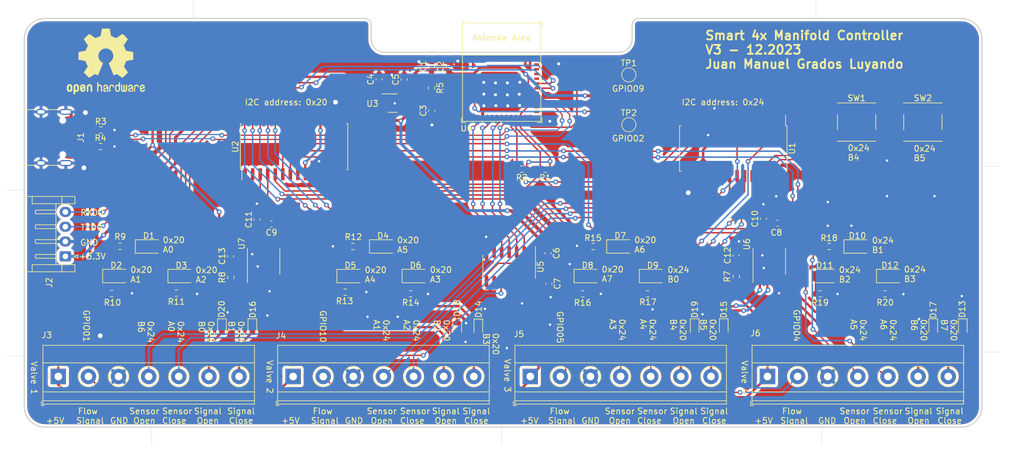
<source format=kicad_pcb>
(kicad_pcb (version 20221018) (generator pcbnew)
  (title_block (comment 4 "AISLER Project ID: JJSSYJWM"))
  (layers (0 "F.Cu" signal) (31 "B.Cu" signal) (34 "B.Paste" user) (35 "F.Paste" user) (36 "B.SilkS" user "B.Silkscreen") (37 "F.SilkS" user "F.Silkscreen") (38 "B.Mask" user) (39 "F.Mask" user) (44 "Edge.Cuts" user))
  (net 0 "")
  (net 1 "+3.3V")
  (net 2 "GND")
  (net 3 "Net-(U4-EN{slash}CHIP_PU)")
  (net 4 "+5V")
  (net 5 "Net-(U7-VCP)")
  (net 6 "USB_D+")
  (net 7 "USB_D-")
  (net 8 "Net-(U7-VINT)")
  (net 9 "Net-(D1-K)")
  (net 10 "Net-(D2-K)")
  (net 11 "Led close valve3")
  (net 12 "Led select valve4")
  (net 13 "Led open valve4")
  (net 14 "Led close valve4")
  (net 15 "Select Button")
  (net 16 "Toggle Button")
  (net 17 "V1 Sensor Open")
  (net 18 "Net-(D3-K)")
  (net 20 "SCK")
  (net 21 "SDA")
  (net 25 "V1 Sensor Close")
  (net 26 "V2 Sensor Open")
  (net 27 "V2 Sensor Close")
  (net 28 "V3 Sensor Open")
  (net 29 "V3 Sensor Close")
  (net 30 "V4 Sensor Open")
  (net 31 "V4 Sensor Close")
  (net 32 "Net-(D4-K)")
  (net 33 "Net-(D5-K)")
  (net 34 "Net-(D6-K)")
  (net 35 "V2 Open")
  (net 36 "V2 Close")
  (net 37 "Net-(D7-K)")
  (net 38 "V1 Close")
  (net 39 "V1 Open")
  (net 40 "Net-(U6-nSLEEP)")
  (net 42 "V4 Open")
  (net 43 "V4 Close")
  (net 44 "Net-(U6-VCP)")
  (net 45 "V3 Close")
  (net 46 "V3 Open")
  (net 47 "Net-(D8-K)")
  (net 48 "Flow Sensor 1")
  (net 49 "Flow Sensor 2")
  (net 50 "Flow Sensor 3")
  (net 51 "Flow Sensor 4")
  (net 52 "Net-(D13-A)")
  (net 53 "Net-(D14-A)")
  (net 54 "Net-(D15-A)")
  (net 55 "Net-(D16-A)")
  (net 56 "Net-(D17-A)")
  (net 57 "Net-(D18-A)")
  (net 58 "Net-(D19-A)")
  (net 59 "Led select valve1")
  (net 60 "Led open valve1")
  (net 61 "Led close valve1")
  (net 62 "Led select valve2")
  (net 63 "Led open valve2")
  (net 64 "Led close valve2")
  (net 65 "Led select valve3")
  (net 66 "Led open valve3")
  (net 67 "Net-(D20-A)")
  (net 68 "Net-(J1-CC1)")
  (net 70 "Net-(J1-CC2)")
  (net 72 "Net-(U7-nSLEEP)")
  (net 73 "Net-(U4-GPIO9)")
  (net 74 "Net-(U4-GPIO2{slash}ADC1_CH2)")
  (net 80 "RXDO")
  (net 81 "TXDO")
  (net 84 "Net-(D9-K)")
  (net 85 "Net-(D10-K)")
  (net 86 "Net-(D11-K)")
  (net 87 "Net-(D12-K)")
  (net 98 "Net-(U6-VINT)")
  (net 108 "flow_sensor_4")
  (net 109 "flow_sensor_2")
  (net 110 "flow_sensor_3")
  (net 111 "flow_sensor_1")
  (footprint "Diode_SMD:D_0603_1608Metric" (layer "F.Cu") (at 189.5602 118.2 -90)
    (fp_text reference "D19")
    (fp_text value "D_Schottky")
  )
  (footprint "LED_SMD:LED_1206_3216Metric" (layer "F.Cu") (at 131.5 109.5)
    (fp_text reference "D5")
    (fp_text value "LED_Green")
  )
  (footprint "Capacitor_SMD:C_0603_1608Metric" (layer "F.Cu") (at 118.18 100.73 180)
    (fp_text reference "C9")
    (fp_text value "0.01uF")
  )
  (footprint "Diode_SMD:D_0603_1608Metric" (layer "F.Cu") (at 234.7722 118.2 -90)
    (fp_text reference "D13")
    (fp_text value "D_Schottky")
  )
  (footprint "Capacitor_SMD:C_0603_1608Metric" (layer "F.Cu") (at 111.28 106.1477 90)
    (fp_text reference "C13")
    (fp_text value "10uF")
  )
  (footprint "Package_SO:SOIC-28W_7.5x17.9mm_P1.27mm" (layer "F.Cu") (at 121.9962 87.6572 90)
    (fp_text reference "U2")
    (fp_text value "MCP23017_SO")
  )
  (footprint "Symbol:OSHW-Logo2_14.6x12mm_SilkScreen" (layer "F.Cu") (at 90.25 73.26)
    (fp_text reference "REF**" hide)
    (fp_text value "OSHW-Logo2_14.6x12mm_SilkScreen" hide)
  )
  (footprint "LED_SMD:LED_1206_3216Metric" (layer "F.Cu") (at 171.5 109.5)
    (fp_text reference "D8")
    (fp_text value "LED_Green")
  )
  (footprint "Resistor_SMD:R_0603_1608Metric" (layer "F.Cu") (at 196.575 109.575 -90)
    (fp_text reference "R7")
    (fp_text value "47k")
  )
  (footprint "Resistor_SMD:R_0603_1608Metric" (layer "F.Cu") (at 130.6322 112.2172)
    (fp_text reference "R13")
    (fp_text value "1k")
  )
  (footprint "Diode_SMD:D_0603_1608Metric" (layer "F.Cu") (at 109.8296 118.2 -90)
    (fp_text reference "D20")
    (fp_text value "D_Schottky")
  )
  (footprint "TerminalBlock_Phoenix:TerminalBlock_Phoenix_MKDS-1,5-7-5.08_1x07_P5.08mm_Horizontal" (layer "F.Cu") (at 161.8274 126.4528)
    (fp_text reference "J5")
    (fp_text value "Screw_Terminal_01x07")
  )
  (footprint "LED_SMD:LED_1206_3216Metric" (layer "F.Cu") (at 222.5 109.5)
    (fp_text reference "D12")
    (fp_text value "LED_Red")
  )
  (footprint "Resistor_SMD:R_0603_1608Metric" (layer "F.Cu") (at 145.1864 77.7494 -90)
    (fp_text reference "R5")
    (fp_text value "10k")
  )
  (footprint "Resistor_SMD:R_0603_1608Metric" (layer "F.Cu") (at 170.6626 112.5)
    (fp_text reference "R16")
    (fp_text value "1k")
  )
  (footprint "Resistor_SMD:R_0603_1608Metric" (layer "F.Cu") (at 92.6362 104.4702 180)
    (fp_text reference "R9")
    (fp_text value "1k")
  )
  (footprint "Resistor_SMD:R_0603_1608Metric" (layer "F.Cu") (at 91.2236 112.4458)
    (fp_text reference "R10")
    (fp_text value "1k")
  )
  (footprint "LED_SMD:LED_1206_3216Metric" (layer "F.Cu") (at 92 109.5)
    (fp_text reference "D2")
    (fp_text value "LED_Green")
  )
  (footprint "Diode_SMD:D_0603_1608Metric" (layer "F.Cu") (at 114.9604 118.2 -90)
    (fp_text reference "D16")
    (fp_text value "D_Schottky")
  )
  (footprint "TestPoint:TestPoint_Pad_D2.0mm" (layer "F.Cu") (at 178.45 75.525)
    (fp_text reference "TP1")
    (fp_text value "TestPoint GPIO09")
  )
  (footprint "TerminalBlock_Phoenix:TerminalBlock_Phoenix_MKDS-1,5-7-5.08_1x07_P5.08mm_Horizontal" (layer "F.Cu") (at 201.8374 126.4528)
    (fp_text reference "J6")
    (fp_text value "Screw_Terminal_01x07")
  )
  (footprint "Capacitor_SMD:C_0603_1608Metric" (layer "F.Cu") (at 136.3366 76.2852 90)
    (fp_text reference "C4")
    (fp_text value "10uF")
  )
  (footprint "Resistor_SMD:R_0603_1608Metric" (layer "F.Cu") (at 89.3474 87.624)
    (fp_text reference "R4")
    (fp_text value "5.11k")
  )
  (footprint "TerminalBlock_Phoenix:TerminalBlock_Phoenix_MKDS-1,5-7-5.08_1x07_P5.08mm_Horizontal" (layer "F.Cu") (at 121.8304 126.4528)
    (fp_text reference "J4")
    (fp_text value "Screw_Terminal_01x07")
  )
  (footprint "Diode_SMD:D_0603_1608Metric" (layer "F.Cu") (at 194.4624 118.2 -90)
    (fp_text reference "D15")
    (fp_text value "D_Schottky")
  )
  (footprint "Resistor_SMD:R_0603_1608Metric" (layer "F.Cu") (at 160.401 91.44 180)
    (fp_text reference "R2")
    (fp_text value "4.7k")
  )
  (footprint "LED_SMD:LED_1206_3216Metric" (layer "F.Cu") (at 177 104.5)
    (fp_text reference "D7")
    (fp_text value "LED_Blue")
  )
  (footprint "LED_SMD:LED_1206_3216Metric" (layer "F.Cu") (at 142.5 109.5)
    (fp_text reference "D6")
    (fp_text value "LED_Red")
  )
  (footprint "Resistor_SMD:R_0603_1608Metric" (layer "F.Cu") (at 210.75 112.5)
    (fp_text reference "R19")
    (fp_text value "1k")
  )
  (footprint "Resistor_SMD:R_0603_1608Metric" (layer "F.Cu") (at 212.225 104.5 180)
    (fp_text reference "R18")
    (fp_text value "1k")
  )
  (footprint "Resistor_SMD:R_0603_1608Metric" (layer "F.Cu") (at 181.6354 112.5)
    (fp_text reference "R17")
    (fp_text value "1k")
  )
  (footprint "Capacitor_SMD:C_0603_1608Metric" (layer "F.Cu") (at 145.1864 74.0664 90)
    (fp_text reference "C1")
    (fp_text value "1uF")
  )
  (footprint "Resistor_SMD:R_0603_1608Metric" (layer "F.Cu") (at 221.675 112.5)
    (fp_text reference "R20")
    (fp_text value "1k")
  )
  (footprint "LED_SMD:LED_1206_3216Metric" (layer "F.Cu") (at 182.5 109.5)
    (fp_text reference "D9")
    (fp_text value "LED_Red")
  )
  (footprint "Capacitor_SMD:C_0603_1608Metric" (layer "F.Cu") (at 164.96 110.79 -90)
    (fp_text reference "C7")
    (fp_text value "0.1uF")
  )
  (footprint "Capacitor_SMD:C_0603_1608Metric" (layer "F.Cu") (at 145.2118 81.5848 90)
    (fp_text reference "C3")
    (fp_text value "10uF")
  )
  (footprint "LED_SMD:LED_1206_3216Metric" (layer "F.Cu") (at 97.5 104.5)
    (fp_text reference "D1")
    (fp_text value "LED_Blue")
  )
  (footprint "Capacitor_SMD:C_0603_1608Metric" (layer "F.Cu") (at 140.5616 76.336 90)
    (fp_text reference "C5")
    (fp_text value "10uF")
  )
  (footprint "Capacitor_SMD:C_0603_1608Metric" (layer "F.Cu") (at 196.5242 106.019 90)
    (fp_text reference "C12")
    (fp_text value "10uF")
  )
  (footprint "Connector_JST:JST_EH_S4B-EH_1x04_P2.50mm_Horizontal" (layer "F.Cu") (at 83.42 106.17 90)
    (fp_text reference "J2")
    (fp_text value "UEXT")
  )
  (footprint "Package_SO:TSSOP-16_4.4x5mm_P0.65mm" (layer "F.Cu") (at 202.1462 106.9994 90)
    (fp_text reference "U6")
    (fp_text value "DRV8833PW")
  )
  (footprint "Resistor_SMD:R_0603_1608Metric" (layer "F.Cu") (at 131.9022 104.5 180)
    (fp_text reference "R12")
    (fp_text value "1k")
  )
  (footprint "Package_SO:TSSOP-16_4.4x5mm_P0.65mm" (layer "F.Cu") (at 116.855 107 90)
    (fp_text reference "U7")
    (fp_text value "DRV8833PW")
  )
  (footprint "LED_SMD:LED_1206_3216Metric" (layer "F.Cu") (at 137 104.5)
    (fp_text reference "D4")
    (fp_text value "LED_Blue")
  )
  (footprint "Button_Switch_SMD:SW_Push_1P1T_NO_6x6mm_H9.5mm" (layer "F.Cu") (at 216.8652 83.5)
    (fp_text reference "SW1")
    (fp_text value "SW_Push")
  )
  (footprint "Diode_SMD:D_0603_1608Metric" (layer "F.Cu") (at 229.7938 118.2 -90)
    (fp_text reference "D17")
    (fp_text value "D_Schottky")
  )
  (footprint "TestPoint:TestPoint_Pad_D2.0mm" (layer "F.Cu") (at 178.45 83.95)
    (fp_text reference "TP2")
    (fp_text value "TestPoint GPIO02")
  )
  (footprint "LED_SMD:LED_1206_3216Metric" (layer "F.Cu") (at 103 109.5)
    (fp_text reference "D3")
    (fp_text value "LED_Red")
  )
  (footprint "Resistor_SMD:R_0603_1608Metric" (layer "F.Cu") (at 172.4152 104.5 180)
    (fp_text reference "R15")
    (fp_text value "1k")
  )
  (footprint "Connector_USB:USB_C_Receptacle_HRO_TYPE-C-31-M-12" (layer "F.Cu") (at 80.3706 86.1 -90)
    (fp_text reference "J1")
    (fp_text value "USB_C_Receptacle_USB2.0")
  )
  (footprint "Diode_SMD:D_0603_1608Metric" (layer "F.Cu") (at 153.07 118.24 -90)
    (fp_text reference "D14")
    (fp_text value "D_Schottky")
  )
  (footprint "Diode_SMD:D_0603_1608Metric" (layer "F.Cu") (at 149.5044 118.2 -90)
    (fp_text reference "D18")
    (fp_text value "D_Schottky")
  )
  (footprint "Capacitor_SMD:C_0603_1608Metric" (layer "F.Cu") (at 115.76 99.95 90)
    (fp_text reference "C11")
    (fp_text value "2.2uF")
  )
  (footprint "Package_SO:SOIC-28W_7.5x17.9mm_P1.27mm" (layer "F.Cu") (at 196.07 87.954 -90)
    (fp_text reference "U1")
    (fp_text value "MCP23017_SO")
  )
  (footprint "Resistor_SMD:R_0603_1608Metric" (layer "F.Cu") (at 111.3308 109.7167 -90)
    (fp_text reference "R8")
    (fp_text value "47k")
  )
  (footprint "Button_Switch_SMD:SW_Push_1P1T_NO_6x6mm_H9.5mm" (layer "F.Cu") (at 228.0412 83.5)
    (fp_text reference "SW2")
    (fp_text value "SW_Push")
  )
  (footprint "Capacitor_SMD:C_0603_1608Metric" (layer "F.Cu") (at 164.81 105.64 -90)
    (fp_text reference "C6")
    (fp_text value "0.1uF")
  )
  (footprint "Package_SO:SOIC-14_3.9x8.7mm_P1.27mm" (layer "F.Cu") (at 158.2665 107.9376 -90)
    (fp_text reference "U5")
    (fp_text value "TXS0104D")
  )
  (footprint "Resistor_SMD:R_0603_1608Metric" (layer "F.Cu") (at 141.6558 112.5)
    (fp_text reference "R14")
    (fp_text value "1k")
  )
  (footprint "Resistor_SMD:R_0603_1608Metric" (layer "F.Cu") (at 89.3982 84.83)
    (fp_text reference "R3")
    (fp_text value "5.11k")
  )
  (footprint "PCM_Espressif:ESP32-C3-MINI-1" (layer "F.Cu") (at 157 75.077)
    (fp_text reference "U4")
    (fp_text value "ESP32-C3-MINI-1")
  )
  (footprint "Capacitor_SMD:C_0603_1608Metric" (layer "F.Cu") (at 201.15 99.825 90)
    (fp_text reference "C10")
    (fp_text value "2.2uF")
  )
  (footprint "Capacitor_SMD:C_0603_1608Metric" (layer "F.Cu") (at 148.1328 74.168 90)
    (fp_text reference "C2")
    (fp_text value "10nF")
  )
  (footprint "LED_SMD:LED_1206_3216Metric" (layer "F.Cu") (at 211.5 109.5)
    (fp_text reference "D11")
    (fp_text value "LED_Green")
  )
  (footprint "Resistor_SMD:R_0603_1608Metric" (layer "F.Cu") (at 102.1588 112.3696)
    (fp_text reference "R11")
    (fp_text value "1k")
  )
  (footprint "Package_TO_SOT_SMD:SOT-23-5" (layer "F.Cu") (at 138.6023 80.297)
    (fp_text reference "U3")
    (fp_text value "XC6220B331MR")
  )
  (footprint "LED_SMD:LED_1206_3216Metric" (layer "F.Cu") (at 217 104.5)
    (fp_text reference "D10")
    (fp_text value "LED_Blue")
  )
  (footprint "Resistor_SMD:R_0603_1608Metric" (layer "F.Cu") (at 164.338 91.4654 180)
    (fp_text reference "R1")
    (fp_text value "4.7k")
  )
  (footprint "TerminalBlock_Phoenix:TerminalBlock_Phoenix_MKDS-1,5-7-5.08_1x07_P5.08mm_Horizontal" (layer "F.Cu") (at 82.2324 126.4528)
    (fp_text reference "J3")
    (fp_text value "Screw_Terminal_01x07")
  )
  (footprint "Capacitor_SMD:C_0603_1608Metric" (layer "F.Cu") (at 203.53 100.58 180)
    (fp_text reference "C8")
    (fp_text value "0.01uF")
  )
  (gr_arc (start 137.216525 71.723875) (mid 135.64533 71.06534) (end 135 69.488675) (stroke (width 0.2)) (layer "Edge.Cuts"))
  (gr_line (start 135 69.488675) (end 135 67.063675) (stroke (width 0.2)) (layer "Edge.Cuts"))
  (gr_arc (start 80 135) (mid 77.525127 133.974873) (end 76.5 131.5) (stroke (width 0.2)) (layer "Edge.Cuts"))
  (gr_line (start 179 67.08) (end 179 69.488675) (stroke (width 0.2)) (layer "Edge.Cuts"))
  (gr_arc (start 133.930467 66) (mid 134.685527 66.31033) (end 135 67.063675) (stroke (width 0.2)) (layer "Edge.Cuts"))
  (gr_arc (start 238 131.525127) (mid 236.982233 133.982233) (end 234.525126 135) (stroke (width 0.2)) (layer "Edge.Cuts"))
  (gr_line (start 241 122.34) (end 238 122.34) (stroke (width 0.05588)) (layer "Edge.Cuts"))
  (gr_line (start 76.5 95) (end 73.5 95) (stroke (width 0.05588)) (layer "Edge.Cuts"))
  (gr_arc (start 234.5 66) (mid 236.974873 67.025126) (end 238 69.5) (stroke (width 0.2)) (layer "Edge.Cuts"))
  (gr_line (start 180.06 66) (end 234.5 66) (stroke (width 0.2)) (layer "Edge.Cuts"))
  (gr_line (start 76.48 123) (end 73.43 123) (stroke (width 0.05588)) (layer "Edge.Cuts"))
  (gr_arc (start 179 69.488675) (mid 178.35207 71.066417) (end 176.778275 71.723875) (stroke (width 0.2)) (layer "Edge.Cuts"))
  (gr_line (start 98 138) (end 98 135) (stroke (width 0.05588)) (layer "Edge.Cuts"))
  (gr_line (start 238 69.5) (end 238 131.525127) (stroke (width 0.2)) (layer "Edge.Cuts"))
  (gr_line (start 211 138) (end 211 135) (stroke (width 0.05588)) (layer "Edge.Cuts"))
  (gr_line (start 137.216525 71.723875) (end 176.778275 71.723875) (stroke (width 0.2)) (layer "Edge.Cuts"))
  (gr_arc (start 179 67.08) (mid 179.306325 66.320467) (end 180.06 66) (stroke (width 0.2)) (layer "Edge.Cuts"))
  (gr_line (start 76.5 131.5) (end 76.5 69.5) (stroke (width 0.2)) (layer "Edge.Cuts"))
  (gr_line (start 105.01 66.03) (end 105.01 62.99) (stroke (width 0.05588)) (layer "Edge.Cuts"))
  (gr_line (start 234.525126 135) (end 80 135) (stroke (width 0.2)) (layer "Edge.Cuts"))
  (gr_line (start 157 138) (end 157 135) (stroke (width 0.05588)) (layer "Edge.Cuts"))
  (gr_line (start 241 91.01) (end 238 91.01) (stroke (width 0.05588)) (layer "Edge.Cuts"))
  (gr_line (start 210 66) (end 210 63) (stroke (width 0.05588)) (layer "Edge.Cuts"))
  (gr_line (start 133.930467 66) (end 80 66) (stroke (width 0.2)) (layer "Edge.Cuts"))
  (gr_arc (start 76.5 69.5) (mid 77.525127 67.025127) (end 80 66) (stroke (width 0.2)) (layer "Edge.Cuts"))
  (gr_text "0x24\nA6" (at 220.823 116.6932 270) (layer "F.SilkS") (effects (font (size 1 1)) (justify left bottom)))
  (gr_text "0x24\nA3" (at 175.1316 116.6428 270) (layer "F.SilkS") (effects (font (size 1 1)) (justify left bottom)))
  (gr_text "GND" (at 172 134.5) (layer "F.SilkS") (effects (font (size 1 1)) (justify bottom)))
  (gr_text "0x20\nB3\n" (at 153.805 119.04 270) (layer "F.SilkS") (effects (font (size 1 1)) (justify left bottom)))
  (gr_text "Signal\nOpen\n" (at 107.4524 134.5) (layer "F.SilkS") (effects (font (size 1 1)) (justify bottom)))
  (gr_text "0x20\nB7" (at 231.0338 116.6932 270) (layer "F.SilkS") (effects (font (size 1 1)) (justify left bottom)))
  (gr_text "0x20\nB1" (at 110.8624 116.9928 270) (layer "F.SilkS") (effects (font (size 1 1)) (justify left bottom)))
  (gr_text "0x20\nA3" (at 144.8308 110.6424) (layer "F.SilkS") (effects (font (size 1 1)) (justify left bottom)))
  (gr_text "Signal\nClose\n" (at 232.5624 134.5) (layer "F.SilkS") (effects (font (size 1 1)) (justify bottom)))
  (gr_text "Valve 1" (at 77.5624 123.7928 -90) (layer "F.SilkS") (effects (font (size 1 1)) (justify left bottom)))
  (gr_text "GND" (at 87.45 103.84) (layer "F.SilkS") (effects (font (size 1 1))))
  (gr_text "+5V" (at 81.7 134.5) (layer "F.SilkS") (effects (font (size 1 1)) (justify bottom)))
  (gr_text "Valve 2" (at 117.3124 123.6028 -90) (layer "F.SilkS") (effects (font (size 1 1)) (justify left bottom)))
  (gr_text "GPIO04" (at 206.15 115.03 270) (layer "F.SilkS") (effects (font (size 1 1)) (justify left bottom)))
  (gr_text "0x24\nB3" (at 224.775 110.575) (layer "F.SilkS") (effects (font (size 1 1)) (justify left bottom)))
  (gr_text "0x20\nB5" (at 190.4224 116.6428 270) (layer "F.SilkS") (effects (font (size 1 1)) (justify left bottom)))
  (gr_text "0x20\nA4" (at 133.8326 110.6678) (layer "F.SilkS") (effects (font (size 1 1)) (justify left bottom)))
  (gr_text "Valve 3" (at 157.4024 123.3728 -90) (layer "F.SilkS") (effects (font (size 1 1)) (justify left bottom)))
  (gr_text "Sensor\nOpen" (at 176.9324 134.5) (layer "F.SilkS") (effects (font (size 1 1)) (justify bottom)))
  (gr_text "0x20\nB6" (at 225.9792 116.6932 270) (layer "F.SilkS") (effects (font (size 1 1)) (justify left bottom)))
  (gr_text "Signal\nClose\n" (at 113.0624 134.5) (layer "F.SilkS") (effects (font (size 1 1)) (justify bottom)))
  (gr_text "Smart 4x Manifold Controller\nV3 - 12.2023\nJuan Manuel Grados Luyando" (at 191.19 74.58) (layer "F.SilkS") (effects (font (size 1.5 1.5) (thickness 0.3) bold) (justify left bottom)))
  (gr_text "+3.3V" (at 87.99 106.17) (layer "F.SilkS") (effects (font (size 1 1))))
  (gr_text "0x24\nA5" (at 215.7684 116.6932 270) (layer "F.SilkS") (effects (font (size 1 1)) (justify left bottom)))
  (gr_text "0x24\nB4" (at 215.2904 90.0684) (layer "F.SilkS") (effects (font (size 1 1)) (justify left bottom)))
  (gr_text "0x24\nB5" (at 226.4156 90.17) (layer "F.SilkS") (effects (font (size 1 1)) (justify left bottom)))
  (gr_text "0x24\nB0" (at 184.89 110.63) (layer "F.SilkS") (effects (font (size 1 1)) (justify left bottom)))
  (gr_text "Signal\nClose\n" (at 152.7324 134.5) (layer "F.SilkS") (effects (font (size 1 1)) (justify bottom)))
  (gr_text "+5V" (at 201.2 134.5) (layer "F.SilkS") (effects (font (size 1 1)) (justify bottom)))
  (gr_text "GPIO09" (at 175.525 78.45) (layer "F.SilkS") (effects (font (size 1 1)) (justify left bottom)))
  (gr_text "0x24\nA2" (at 140.4072 116.7576 270) (layer "F.SilkS") (effects (font (size 1 1)) (justify left bottom)))
  (gr_text "Signal\nClose\n" (at 192.8624 134.5) (layer "F.SilkS") (effects (font (size 1 1)) (justify bottom)))
  (gr_text "Sensor\nOpen" (at 136.7824 134.5) (layer "F.SilkS") (effects (font (size 1 1)) (justify bottom)))
  (gr_text "TXD0" (at 87.82 101.3) (layer "F.SilkS") (effects (font (size 1 1))))
  (gr_text "GPIO05" (at 166.25 115.32 270) (layer "F.SilkS") (effects (font (size 1 1)) (justify left bottom)))
  (gr_text "0x20\nA1" (at 94.3102 110.6424) (layer "F.SilkS") (effects (font (size 1 1)) (justify left bottom)))
  (gr_text "Sensor\nClose" (at 99.6524 134.5) (layer "F.SilkS") (effects (font (size 1 1)) (justify left bottom)))
  (gr_text "Flow \nSignal" (at 167.17 134.5) (layer "F.SilkS") (effects (font (size 1 1)) (justify bottom)))
  (gr_text "0x20\nA5" (at 139.2936 105.6386) (layer "F.SilkS") (effects (font (size 1 1)) (justify left bottom)))
  (gr_text "0x20\nB2" (at 145.5126 116.7576 270) (layer "F.SilkS") (effects (font (size 1 1)) (justify left bottom)))
  (gr_text "0x24\nA0" (at 100.677 116.9928 270) (layer "F.SilkS") (effects (font (size 1 1)) (justify left bottom)))
  (gr_text "GND" (at 92.5 134.5) (layer "F.SilkS") (effects (font (size 1 1)) (justify bottom)))
  (gr_text "0x20\nA6" (at 179.2986 105.6132) (layer "F.SilkS") (effects (font (size 1 1)) (justify left bottom)))
  (gr_text "Signal\nOpen\n" (at 187.7024 134.5) (layer "F.SilkS") (effects (font (size 1 1)) (justify bottom)))
  (gr_text "Flow \nSignal" (at 206.35 134.5) (layer "F.SilkS") (effects (font (size 1 1)) (justify bottom)))
  (gr_text "0x24\nA1" (at 135.3272 116.7576 270) (layer "F.SilkS") (effects (font (size 1 1)) (justify left bottom)))
  (gr_text "Flow \nSignal" (at 127.2 134.5) (layer "F.SilkS") (effects (font (size 1 1)) (justify bottom)))
  (gr_text "0x24\nB1" (at 219.375 105.675) (layer "F.SilkS") (effects (font (size 1 1)) (justify left bottom)))
  (gr_text "0x20\nA0" (at 99.7736 105.6088) (layer "F.SilkS") (effects (font (size 1 1)) (justify left bottom)))
  (gr_text "Valve 4" (at 197.3924 123.6628 -90) (layer "F.SilkS") (effects (font (size 1 1)) (justify left bottom)))
  (gr_text "0x20\nA2" (at 105.3084 110.6932) (layer "F.SilkS") (effects (font (size 1 1)) (justify left bottom)))
  (gr_text "GPIO02" (at 175.525 86.85) (layer "F.SilkS") (effects (font (size 1 1)) (justify left bottom)))
  (gr_text "GPIO01" (at 86.38 115.11 270) (layer "F.SilkS") (effects (font (size 1 1)) (justify left bottom)))
  (gr_text "+5V" (at 161.7 134.5) (layer "F.SilkS") (effects (font (size 1 1)) (justify bottom)))
  (gr_text "I2C address: 0x24" (at 187.2816 80.7404) (layer "F.SilkS") (effects (font (size 1 1)) (justify left bottom)))
  (gr_text "Signal\nOpen\n" (at 147.5954 134.5) (layer "F.SilkS") (effects (font (size 1 1)) (justify bottom)))
  (gr_text "0x20\nA7" (at 173.7868 110.5662) (layer "F.SilkS") (effects (font (size 1 1)) (justify left bottom)))
  (gr_text "GND" (at 211.9 134.5) (layer "F.SilkS") (effects (font (size 1 1)) (justify bottom)))
  (gr_text "Sensor\nClose" (at 179.7724 134.5) (layer "F.SilkS") (effects (font (size 1 1)) (justify left bottom)))
  (gr_text "GPIO10" (at 126.28 115.18 270) (layer "F.SilkS") (effects (font (size 1 1)) (justify left bottom)))
  (gr_text "Flow \nSignal" (at 87.6 134.5) (layer "F.SilkS") (effects (font (size 1 1)) (justify bottom)))
  (gr_text "RXD0" (at 87.93 98.79) (layer "F.SilkS") (effects (font (size 1 1))))
  (gr_text "Sensor\nOpen" (at 216.5224 134.5) (layer "F.SilkS") (effects (font (size 1 1)) (justify bottom)))
  (gr_text "0x24\nB6" (at 95.6224 116.9928 270) (layer "F.SilkS") (effects (font (size 1 1)) (justify left bottom)))
  (gr_text "GND" (at 132.1 134.5) (layer "F.SilkS") (effects (font (size 1 1)) (justify bottom)))
  (gr_text "Sensor\nClose" (at 139.7824 134.5) (layer "F.SilkS") (effects (font (size 1 1)) (justify left bottom)))
  (gr_text "Sensor\nClose" (at 219.4924 134.5) (layer "F.SilkS") (effects (font (size 1 1)) (justify left bottom)))
  (gr_text "0x24\nA4" (at 180.2624 116.6428 270) (layer "F.SilkS") (effects (font (size 1 1)) (justify left bottom)))
  (gr_text "+5V" (at 121.4 134.5) (layer "F.SilkS") (effects (font (size 1 1)) (justify bottom)))
  (gr_text "Sensor\nOpen" (at 96.7424 134.5) (layer "F.SilkS") (effects (font (size 1 1)) (justify bottom)))
  (gr_text "I2C address: 0x20" (at 113.6142 80.7466) (layer "F.SilkS") (effects (font (size 1 1)) (justify left bottom)))
  (gr_text "0x24\nB2" (at 213.8 110.65) (layer "F.SilkS") (effects (font (size 1 1)) (justify left bottom)))
  (gr_text "0x20\nB0" (at 105.8078 116.9928 270) (layer "F.SilkS") (effects (font (size 1 1)) (justify left bottom)))
  (gr_text "Signal\nOpen\n" (at 227.3124 134.5) (layer "F.SilkS") (effects (font (size 1 1)) (justify bottom)))
  (gr_text "0x20\nB4" (at 185.3678 116.6428 270) (layer "F.SilkS") (effects (font (size 1 1)) (justify left bottom)))
  (segment (start 142.9966 74.676) (end 141.869 75.8036) (width 0.5) (layer "F.Cu") (net 1))
  (segment (start 123.8758 90.3478) (end 123.8758 92.2818) (width 0.4) (layer "F.Cu") (net 1))
  (segment (start 140.5377 78.5491) (end 139.7398 79.347) (width 0.4) (layer "F.Cu") (net 1))
  (segment (start 190.9826 89.7636) (end 191.625 90.406) (width 0.4) (layer "F.Cu") (net 1))
  (segment (start 140.8523 82.4645) (end 140.081 83.2358) (width 0.5) (layer "F.Cu") (net 1))
  (segment (start 162.6741 104.865) (end 162.0765 105.4626) (width 0.5) (layer "F.Cu") (net 1))
  (segment (start 165.163 89.388) (end 165.163 91.4654) (width 0.25) (layer "F.Cu") (net 1))
  (segment (start 128.1176 78.2066) (end 130.9166 78.2066) (width 0.5) (layer "F.Cu") (net 1))
  (segment (start 190.9826 89.7636) (end 190.3476 90.3986) (width 0.4) (layer "F.Cu") (net 1))
  (segment (start 153.4 74.25) (end 159.8988 74.25) (width 0.5) (layer "F.Cu") (net 1))
  (segment (start 151.1 75.377) (end 152.273 75.377) (width 0.5) (layer "F.Cu") (net 1))
  (segment (start 160.2 82.677) (end 160.2 84.425) (width 0.25) (layer "F.Cu") (net 1))
  (segment (start 148.082 74.7398) (end 148.7192 75.377) (width 0.5) (layer "F.Cu") (net 1))
  (segment (start 135.9458 83.2358) (end 140.0048 83.2358) (width 0.5) (layer "F.Cu") (net 1))
  (segment (start 144.6408 76.9244) (end 145.1864 76.9244) (width 0.5) (layer "F.Cu") (net 1))
  (segment (start 102 86.1) (end 109.38 78.72) (width 0.5) (layer "F.Cu") (net 1))
  (segment (start 157.98 98.4504) (end 158.5854 98.4504) (width 0.5) (layer "F.Cu") (net 1))
  (segment (start 143.52 75.8036) (end 144.6408 76.9244) (width 0.5) (layer "F.Cu") (net 1))
  (segment (start 140.0048 83.2358) (end 140.0302 83.2866) (width 0.5) (layer "F.Cu") (net 1))
  (segment (start 192.6896 79.05) (end 194.165 80.5254) (width 0.5) (layer "F.Cu") (net 1))
  (segment (start 161.226 90.5896) (end 161.5694 90.2462) (width 0.25) (layer "F.Cu") (net 1))
  (segment (start 154.4565 109.3035) (end 156.42 107.34) (width 0.25) (layer "F.Cu") (net 1))
  (segment (start 139.7398 79.347) (end 140.8523 80.4595) (width 0.5) (layer "F.Cu") (net 1))
  (segment (start 154.4565 110.4126) (end 154.4565 109.3035) (width 0.25) (layer "F.Cu") (net 1))
  (segment (start 145.1102 74.6252) (end 147.9674 74.6252) (width 0.5) (layer "F.Cu") (net 1))
  (segment (start 191.625 90.406) (end 191.625 92.604) (width 0.4) (layer "F.Cu") (net 1))
  (segment (start 148.7192 75.377) (end 151.1 75.377) (width 0.5) (layer "F.Cu") (net 1))
  (segment (start 102 90.46) (end 102 86.1) (width 0.5) (layer "F.Cu") (net 1))
  (segment (start 140.8523 80.4595) (end 140.8523 82.4645) (width 0.5) (layer "F.Cu") (net 1))
  (segment (start 144.8816 74.676) (end 142.9966 74.676) (width 0.5) (layer "F.Cu") (net 1))
  (segment (start 161.226 91.44) (end 161.226 90.5896) (width 0.25) (layer "F.Cu") (net 1))
  (segment (start 147.9674 74.6252) (end 148.082 74.7398) (width 0.5) (layer "F.Cu") (net 1))
  (segment (start 194.165 83.304) (end 194.165 85.0064) (width 0.4) (layer "F.Cu") (net 1))
  (segment (start 160.2 82.677) (end 160.2 82.116) (width 0.25) (layer "F.Cu") (net 1))
  (segment (start 126.4412 81.5848) (end 126.4412 79.883) (width 0.5) (layer "F.Cu") (net 1))
  (segment (start 164.81 104.675) (end 164.81 104.865) (width 0.5) (layer "F.Cu") (net 1))
  (segment (start 190.3476 90.3986) (end 190.3476 92.5966) (width 0.4) (layer "F.Cu") (net 1))
  (segment (start 89.88 102.58) (end 102 90.46) (width 0.5) (layer "F.Cu") (net 1))
  (segment (start 158.5854 98.4504) (end 164.81 104.675) (width 0.5) (layer "F.Cu") (net 1))
  (segment (start 160.2 84.425) (end 165.163 89.388) (width 0.25) (layer "F.Cu") (net 1))
  (segment (start 152.273 75.377) (end 153.4 74.25) (width 0.5) (layer "F.Cu") (net 1))
  (segment (start 156.42 107.34) (end 161.32 107.34) (width 0.25) (layer "F.Cu") (net 1))
  (segment (start 190.9826 88.1888) (end 190.9826 89.7636) (width 0.4) (layer "F.Cu") (net 1))
  (segment (start 141.869 75.8036) (end 140.5616 77.111) (width 0.5) (layer "F.Cu") (net 1))
  (segment (start 159.8988 74.25) (end 161.0614 75.4126) (width 0.5) (layer "F.Cu") (net 1))
  (segment (start 109.38 78.72) (end 125.2782 78.72) (width 0.5) (layer "F.Cu") (net 1))
  (segment (start 130.9166 78.2066) (end 135.9458 83.2358) (width 0.5) (layer "F.Cu") (net 1))
  (segment (start 194.165 80.5254) (end 194.165 83.304) (width 0.5) (layer "F.Cu") (net 1))
  (segment (start 126.4412 84.925) (end 126.4412 83.0072) (width 0.4) (layer "F.Cu") (net 1))
  (segment (start 123.8758 92.2818) (end 123.9012 92.3072) (width 0.4) (layer "F.Cu") (net 1))
  (segment (start 194.165 85.0064) (end 190.9826 88.1888) (width 0.4) (layer "F.Cu") (net 1))
  (segment (start 141.869 75.8036) (end 143.52 75.8036) (width 0.5) (layer "F.Cu") (net 1))
  (segment (start 164.81 104.865) (end 162.6741 104.865) (width 0.5) (layer "F.Cu") (net 1))
  (segment (start 160.2 82.116) (end 161.4932 80.8228) (width 0.25) (layer "F.Cu") (net 1))
  (segment (start 161.4932 80.8228) (end 161.4932 75.8444) (width 0.25) (layer "F.Cu") (net 1))
  (segment (start 126.4412 81.5848) (end 126.4412 83.0072) (width 0.5) (layer "F.Cu") (net 1))
  (segment (start 161.32 107.34) (end 162.0765 106.5835) (width 0.25) (layer "F.Cu") (net 1))
  (segment (start 162.0765 106.5835) (end 162.0765 105.4626) (width 0.25) (layer "F.Cu") (net 1))
  (segment (start 125.2782 78.72) (end 126.4412 79.883) (width 0.5) (layer "F.Cu") (net 1))
  (segment (start 170.9306 79.05) (end 192.6896 79.05) (width 0.5) (layer "F.Cu") (net 1))
  (segment (start 126.4412 79.883) (end 128.1176 78.2066) (width 0.5) (layer "F.Cu") (net 1))
  (segment (start 140.5866 78.3998) (end 140.5866 77.136) (width 0.4) (layer "F.Cu") (net 1))
  (segment (start 161.4932 75.8444) (end 161.0614 75.4126) (width 0.25) (layer "F.Cu") (net 1))
  (via (at 165.163 90.1325) (size 0.8) (drill 0.4) (layers "F.Cu" "B.Cu") (net 1))
  (via (at 139.99 83.3) (size 0.8) (drill 0.4) (layers "F.Cu" "B.Cu") (net 1))
  (via (at 161.5694 90.2462) (size 0.8) (drill 0.4) (layers "F.Cu" "B.Cu") (net 1))
  (via (at 126.4412 84.925) (size 0.8) (drill 0.4) (layers "F.Cu" "B.Cu") (net 1))
  (via (at 161.0614 75.4126) (size 0.8) (drill 0.4) (layers "F.Cu" "B.Cu") (net 1))
  (via (at 157.98 98.4504) (size 0.8) (drill 0.4) (layers "F.Cu" "B.Cu") (net 1))
  (via (at 171.07 79.04) (size 0.8) (drill 0.4) (layers "F.Cu" "B.Cu") (net 1))
  (via (at 123.8758 90.3478) (size 0.8) (drill 0.4) (layers "F.Cu" "B.Cu") (net 1))
  (via (at 89.88 102.58) (size 0.8) (drill 0.4) (layers "F.Cu" "B.Cu") (net 1))
  (segment (start 151.3332 98.4504) (end 140.0048 87.122) (width 0.5) (layer "B.Cu") (net 1))
  (segment (start 161.5694 90.2462) (end 165.0493 90.2462) (width 0.25) (layer "B.Cu") (net 1))
  (segment (start 86.29 106.17) (end 83.42 106.17) (width 0.5) (layer "B.Cu") (net 1))
  (segment (start 89.88 102.58) (end 86.29 106.17) (width 0.5) (layer "B.Cu") (net 1))
  (segment (start 126.4412 87.7824) (end 123.8758 90.3478) (width 0.4) (layer "B.Cu") (net 1))
  (segment (start 126.4412 84.925) (end 126.4412 87.7824) (width 0.4) (layer "B.Cu") (net 1))
  (segment (start 164.6682 79.0194) (end 161.0614 75.4126) (width 0.5) (layer "B.Cu") (net 1))
  (segment (start 165.0493 90.2462) (end 165.163 90.1325) (width 0.25) (layer "B.Cu") (net 1))
  (segment (start 140.0048 87.122) (end 140.0048 83.2358) (width 0.5) (layer "B.Cu") (net 1))
  (segment (start 170.9 79.0194) (end 164.6682 79.0194) (width 0.5) (layer "B.Cu") (net 1))
  (segment (start 157.98 98.4504) (end 151.3332 98.4504) (width 0.5) (layer "B.Cu") (net 1))
  (segment (start 192.8876 82.2626) (end 192.895 82.27) (width 0.4) (layer "F.Cu") (net 2))
  (segment (start 154.027 76.8) (end 155.025 75.802) (width 0.5) (layer "F.Cu") (net 2))
  (segment (start 155.9616 76.8836) (end 155.9616 76.918) (width 0.5) (layer "F.Cu") (net 2))
  (segment (start 155.9616 78.8902) (end 155.9616 78.7136) (width 0.5) (layer "F.Cu") (net 2))
  (segment (start 146.4556 82.727) (end 151.05 82.727) (width 0.5) (layer "F.Cu") (net 2))
  (segment (start 159.927 78.8) (end 158.975 79.752) (width 0.5) (layer "F.Cu") (net 2))
  (segment (start 150.1648 73.7616) (end 151.0846 73.7616) (width 0.5) (layer "F.Cu") (net 2))
  (segment (start 138.9422 80.297) (end 138.9778 80.3326) (width 0.25) (layer "F.Cu") (net 2))
  (segment (start 155.998 80.725) (end 155.025 79.752) (width 0.5) (layer "F.Cu") (net 2))
  (segment (start 151.05 72.827) (end 151.05 73.727) (width 0.5) (layer "F.Cu") (net 2))
  (segment (start 201.2 108.15) (end 201.2 109.8331) (width 0.4) (layer "F.Cu") (net 2))
  (segment (start 155.9616 78.8902) (end 155.9644 78.8902) (width 0.5) (layer "F.Cu") (net 2))
  (segment (start 157.9682 78.9156) (end 157.9682 78.8614) (width 0.5) (layer "F.Cu") (net 2))
  (segment (start 200.97 105.9945) (end 201.2655 105.9945) (width 0.4) (layer "F.Cu") (net 2))
  (segment (start 201.2655 105.9945) (end 201.8212 105.4388) (width 0.4) (layer "F.Cu") (net 2))
  (segment (start 155.9346 76.8836) (end 154.9778 75.9268) (width 0.5) (layer "F.Cu") (net 2))
  (segment (start 192.895 82.27) (end 192.895 83.304) (width 0.4) (layer "F.Cu") (net 2))
  (segment (start 153.975 76.8) (end 154.048 76.8) (width 0.5) (layer "F.Cu") (net 2))
  (segment (start 145.2372 83.9978) (end 145.148 83.9086) (width 0.5) (layer "F.Cu") (net 2))
  (segment (start 158.8568 72.827) (end 158.8516 72.8218) (width 0.5) (layer "F.Cu") (net 2))
  (segment (start 159.923 80.7) (end 158.975 79.752) (width 0.5) (layer "F.Cu") (net 2))
  (segment (start 86.55 90.29) (end 85.61 89.35) (width 0.4) (layer "F.Cu") (net 2))
  (segment (start 125.1458 92.2818) (end 125.1712 92.3072) (width 0.25) (layer "F.Cu") (net 2))
  (segment (start 153.8 82.677) (end 153.8 80.95) (width 0.5) (layer "F.Cu") (net 2))
  (segment (start 157.998 80.75) (end 157 79.752) (width 0.5) (layer "F.Cu") (net 2))
  (segment (start 155.4 72.877) (end 151.1 72.877) (width 0.5) (layer "F.Cu") (net 2))
  (segment (start 92.3924 126.4528) (end 92.3924 126.9364) (width 0.25) (layer "F.Cu") (net 2))
  (segment (start 153.975 76.8) (end 154.027 76.8) (width 0.5) (layer "F.Cu") (net 2))
  (segment (start 157.9682 78.9156) (end 157.9666 78.9156) (width 0.5) (layer "F.Cu") (net 2))
  (segment (start 148.1328 73.393) (end 149.3168 74.577) (width 0.5) (layer "F.Cu") (net 2))
  (segment (start 157.9682 78.9156) (end 157.9682 78.9172) (width 0.5) (layer "F.Cu") (net 2))
  (segment (start 115.88 109.8625) (end 115.88 107.88) (width 0.4) (layer "F.Cu") (net 2))
  (segment (start 116.06 105.8) (end 116.53 105.33) (width 0.4) (layer "F.Cu") (net 2))
  (segment (start 138.5098 75.5102) (end 140.6358 75.5102) (width 0.4) (layer "F.Cu") (net 2))
  (segment (start 192.8876 81.1784) (end 192.8876 82.2626) (width 0.4) (layer "F.Cu") (net 2))
  (segment (start 157.9682 76.8836) (end 157.9682 76.9422) (width 0.5) (layer "F.Cu") (net 2))
  (segment (start 138.47 75.55) (end 138.5098 75.5102) (width 0.4) (layer "F.Cu") (net 2))
  (segment (start 86.8 81.89) (end 85.84 82.85) (width 0.4) (layer "F.Cu") (net 2))
  (segment (start 125.1458 91.186) (end 125.1458 92.2818) (width 0.4) (layer "F.Cu") (net 2))
  (segment (start 165.791 72.827) (end 162.95 72.827) (width 0.5) (layer "F.Cu") (net 2))
  (segment (start 116.53 105.33) (end 116.53 104.1375) (width 0.4) (layer "F.Cu") (net 2))
  (segment (start 157.914 78.9156) (end 156.9528 79.8768) (width 0.5) (layer "F.Cu") (net 2))
  (segment (start 160.025 80.7) (end 159.923 80.7) (width 0.5) (layer "F.Cu") (net 2))
  (segment (start 158.025 80.75) (end 157.998 80.75) (width 0.5) (layer "F.Cu") (net 2))
  (segment (start 154.027 80.75) (end 155.025 79.752) (width 0.5) (layer "F.Cu") (net 2))
  (segment (start 154 78.775) (end 154.048 78.775) (width 0.5) (layer "F.Cu") (net 2))
  (segment (start 86.55 91.22) (end 86.55 90.29) (width 0.4) (layer "F.Cu") (net 2))
  (segment (start 159.975 78.8) (end 159.975 78.777) (width 0.5) (layer "F.Cu") (net 2))
  (segment (start 158.8516 72.8218) (end 155.4282 72.8218) (width 0.5) (layer "F.Cu") (net 2))
  (segment (start 157.9682 76.8864) (end 156.9528 77.9018) (width 0.5) (layer "F.Cu") (net 2))
  (segment (start 137.4648 80.297) (end 138.9422 80.297) (width 0.4) (layer "F.Cu") (net 2))
  (segment (start 156.025 80.725) (end 156.027 80.725) (width 0.5) (layer "F.Cu") (net 2))
  (segment (start 145.148 82.296) (end 145.2118 82.3598) (width 0.5) (layer "F.Cu") (net 2))
  (segment (start 165.1254 83.3374) (end 164.515 82.727) (width 0.5) (layer "F.Cu") (net 2))
  (segment (start 158.025 80.75) (end 158.025 80.702) (width 0.5) (layer "F.Cu") (net 2))
  (segment (start 162.986 72.827) (end 158.8568 72.827) (width 0.5) (layer "F.Cu") (net 2))
  (segment (start 157.9682 76.8836) (end 157.9096 76.8836) (width 0.5) (layer "F.Cu") (net 2))
  (segment (start 166.624 73.66) (end 165.791 72.827) (width 0.5) (layer "F.Cu") (net 2))
  (segment (start 155.9616 76.8836) (end 155.996 76.8836) (width 0.5) (layer "F.Cu") (net 2))
  (segment (start 160.075 76.775) (end 159.948 76.775) (width 0.5) (layer "F.Cu") (net 2))
  (segment (start 155.9616 76.8836) (end 155.9346 76.8836) (width 0.5) (layer "F.Cu") (net 2))
  (segment (start 115.76 99.175) (end 115.76 97.3196) (width 0.25) (layer "F.Cu") (net 2))
  (segment (start 126.2126 90.1192) (end 125.1458 91.186) (width 0.4) (layer "F.Cu") (net 2))
  (segment (start 155.9616 78.893) (end 154.9778 79.8768) (width 0.5) (layer "F.Cu") (net 2))
  (segment (start 157.9682 76.9422) (end 158.9278 77.9018) (width 0.5) (layer "F.Cu") (net 2))
  (segment (start 154 80.75) (end 154.027 80.75) (width 0.5) (layer "F.Cu") (net 2))
  (segment (start 157.9682 78.9156) (end 157.914 78.9156) (width 0.5) (layer "F.Cu") (net 2))
  (segment (start 149.3168 74.577) (end 151.1 74.577) (width 0.5) (layer "F.Cu") (net 2))
  (segment (start 157.9682 78.8614) (end 158.9278 77.9018) (width 0.5) (layer "F.Cu") (net 2))
  (segment (start 138.4302 75.5102) (end 136.3366 75.5102) (width 0.4) (layer "F.Cu") (net 2))
  (segment (start 145.1864 73.2914) (end 148.0312 73.2914) (width 0.5) (layer "F.Cu") (net 2))
  (segment (start 154.027 78.775) (end 155.025 77.777) (width 0.5) (layer "F.Cu") (net 2))
  (segment (start 149.606 73.2028) (end 150.1648 73.7616) (width 0.5) (layer "F.Cu") (net 2))
  (segment (start 151.05 82.727) (end 151.05 81.827) (width 0.5) (layer "F.Cu") (net 2))
  (segment (start 155.9616 76.8836) (end 155.9616 76.9106) (width 0.5) (layer "F.Cu") (net 2))
  (segment (start 203.1212 111.7462) (end 203.1212 109.8619) (width 0.4) (layer "F.Cu") (net 2))
  (segment (start 145.2502 82.3214) (end 146.05 82.3214) (width 0.5) (layer "F.Cu") (net 2))
  (segment (start 157.9096 76.8836) (end 156.9528 75.9268) (width 0.5) (layer "F.Cu") (net 2))
  (segment (start 90.1724 87.624) (end 91.7096 87.624) (width 0.25) (layer "F.Cu") (net 2))
  (segment (start 157.971 76.8836) (end 158.9278 75.9268) (width 0.5) (layer "F.Cu") (net 2))
  (segment (start 164.515 82.727) (end 162.95 82.727) (width 0.5) (layer "F.Cu") (net 2))
  (segment (start 149.606 73.2028) (end 149.9818 72.827) (width 0.5) (layer "F.Cu") (net 2))
  (segment (start 201.8212 105.4388) (end 201.8212 104.1369) (width 0.4) (layer "F.Cu") (net 2))
  (segment (start 159.975 78.777) (end 158.975 77.777) (width 0.5) (layer "F.Cu") (net 2))
  (segment (start 155.4282 72.8218) (end 155.385 72.865) (width 0.5) (layer "F.Cu") (net 2))
  (segment (start 149.9818 72.827) (end 151.05 72.827) (width 0.5) (layer "F.Cu") (net 2))
  (segment (start 145.148 83.9086) (end 145.148 82.296) (width 0.5) (layer "F.Cu") (net 2))
  (segment (start 155.9616 78.8902) (end 155.9616 78.893) (width 0.5) (layer "F.Cu") (net 2))
  (segment (start 145.2118 82.3598) (end 145.2502 82.3214) (width 0.5) (layer "F.Cu") (net 2))
  (segment (start 115.76 97.3196) (end 115.7224 97.282) (width 0.25) (layer "F.Cu") (net 2))
  (segment (start 155.9616 78.7136) (end 155.025 77.777) (width 0.5) (layer "F.Cu") (net 2))
  (segment (start 156.025 80.725) (end 155.998 80.725) (width 0.5) (layer "F.Cu") (net 2))
  (segment (start 154 78.775) (end 154.027 78.775) (width 0.5) (layer "F.Cu") (net 2))
  (segment (start 165.1254 83.3628) (end 165.1254 83.3374) (width 0.5) (layer "F.Cu") (net 2))
  (segment (start 85.84 82.85) (end 84.4156 82.85) (width 0.4) (layer "F.Cu") (net 2))
  (segment (start 145.1864 73.2914) (end 143.0528 73.2914) (width 0.5) (layer "F.Cu") (net 2))
  (segment (start 158.025 80.702) (end 158.975 79.752) (width 0.5) (layer "F.Cu") (net 2))
  (segment (start 153.8 80.95) (end 154 80.75) (width 0.5) (layer "F.Cu") (net 2))
  (segment (start 157.9682 76.8836) (end 157.971 76.8836) (width 0.5) (layer "F.Cu") (net 2))
  (segment (start 201.15 97.38) (end 201.15 99.05) (width 0.25) (layer "F.Cu") (net 2))
  (segment (start 151.0846 73.7616) (end 151.1 73.777) (width 0.5) (layer "F.Cu") (net 2))
  (segment (start 85.61 89.35) (end 84.4156 89.35) (width 0.4) (layer "F.Cu") (net 2))
  (segment (start 154.048 78.775) (end 155.025 79.752) (width 0.5) (layer "F.Cu") (net 2))
  (segment (start 117.86 112.07) (end 117.86 109.8925) (width 0.4) (layer "F.Cu") (net 2))
  (segment (start 155.996 76.8836) (end 156.9528 75.9268) (width 0.5) (layer "F.Cu") (net 2))
  (segment (start 146.05 82.3214) (end 146.4556 82.727) (width 0.5) (layer "F.Cu") (net 2))
  (segment (start 114.95 105.8) (end 116.06 105.8) (width 0.4) (layer "F.Cu") (net 2))
  (segment (start 159.977 76.775) (end 158.975 77.777) (width 0.5) (layer "F.Cu") (net 2))
  (segment (start 157.9682 78.9172) (end 158.9278 79.8768) (width 0.5) (layer "F.Cu") (net 2))
  (segment (start 90.2232 84.83) (end 91.7096 84.83) (width 0.25) (layer "F.Cu") (net 2))
  (segment (start 160.075 76.775) (end 159.977 76.775) (width 0.5) (layer "F.Cu") (net 2))
  (segment (start 159.975 78.8) (end 159.927 78.8) (width 0.5) (layer "F.Cu") (net 2))
  (segment (start 138.47 75.55) (end 138.4302 75.5102) (width 0.4) (layer "F.Cu") (net 2))
  (segment (start 203.775 112.4) (end 203.1212 111.7462) (width 0.4) (layer "F.Cu") (net 2))
  (segment (start 151.1 74.577) (end 151.1 73.777) (width 0.5) (layer "F.Cu") (net 2))
  (segment (start 115.88 107.88) (end 115.875 107.875) (width 0.25) (layer "F.Cu") (net 2))
  (segment (start 157.9666 78.9156) (end 156.9528 77.9018) (width 0.5) (layer "F.Cu") (net 2))
  (segment (start 155.9662 78.8902) (end 156.9528 79.8768) (width 0.5) (layer "F.Cu") (net 2))
  (segment (start 155.9616 76.918) (end 154.9778 77.9018) (width 0.5) (layer "F.Cu") (net 2))
  (segment (start 154.048 76.8) (end 155.025 77.777) (width 0.5) (layer "F.Cu") (net 2))
  (segment (start 156.027 80.725) (end 157 79.752) (width 0.5) (layer "F.Cu") (net 2))
  (segment (start 155.9644 78.8902) (end 156.9528 77.9018) (width 0.5) (layer "F.Cu") (net 2))
  (segment (start 159.948 76.775) (end 158.975 75.802) (width 0.5) (layer "F.Cu") (net 2))
  (segment (start 155.9616 78.8902) (end 155.9662 78.8902) (width 0.5) (layer "F.Cu") (net 2))
  (segment (start 157.9682 76.8836) (end 157.9682 76.8864) (width 0.5) (layer "F.Cu") (net 2))
  (segment (start 155.9616 76.9106) (end 156.9528 77.9018) (width 0.5) (layer "F.Cu") (net 2))
  (segment (start 201.2 109.8331) (end 201.1712 109.8619) (width 0.4) (layer "F.Cu") (net 2))
  (segment (start 201.16 97.37) (end 201.15 97.38) (width 0.25) (layer "F.Cu") (net 2))
  (via (at 222 90) (size 0.8) (drill 0.4) (layers "F.Cu" "B.Cu") (net 2))
  (via (at 139.48 116.38) (size 0.8) (drill 0.4) (layers "F.Cu" "B.Cu") (net 2))
  (via (at 114.95 105.8) (size 0.8) (drill 0.4) (layers "F.Cu" "B.Cu") (net 2))
  (via (at 159.975 78.8) (size 0.8) (drill 0.5) (layers "F.Cu" "B.Cu") (net 2))
  (via (at 154 78.775) (size 0.8) (drill 0.5) (layers "F.Cu" "B.Cu") (net 2))
  (via (at 138.47 75.55) (size 0.8) (drill 0.4) (layers "F.Cu" "B.Cu") (net 2))
  (via (at 165.28 113.06) (size 0.8) (drill 0.4) (layers "F.Cu" "B.Cu") (net 2))
  (via (at 227.4 116.76) (size 0.8) (drill 0.4) (layers "F.Cu" "B.Cu") (net 2))
  (via (at 91.7096 84.83) (size 0.8) (drill 0.4) (layers "F.Cu" "B.Cu") (net 2))
  (via (at 182.45 115.125) (size 0.8) (drill 0.4) (layers "F.Cu" "B.Cu") (net 2))
  (via (at 216 101) (size 0.8) (drill 0.4) (layers "F.Cu" "B.Cu") (net 2))
  (via (at 91.7096 87.624) (size 0.8) (drill 0.4) (layers "F.Cu" "B.Cu") (net 2))
  (via (at 151.01 117.44) (size 0.8) (drill 0.4) (layers "F.Cu" "B.Cu") (net 2))
  (via (at 154.19 115.03) (size 0.8) (drill 0.4) (layers "F.Cu" "B.Cu") (net 2))
  (via (at 156.025 80.725) (size 0.8) (drill 0.5) (layers "F.Cu" "B.Cu") (net 2))
  (via (at 86.55 91.22) (size 1.2) (drill 0.8) (layers "F.Cu" "B.Cu") (net 2))
  (via (at 128.99 80.14) (size 1.2) (drill 0.8) (layers "F.Cu" "B.Cu") (net 2))
  (via (at 213.65 112.525) (size 0.8) (drill 0.4) (layers "F.Cu" "B.Cu") (net 2))
  (via (at 115.875 107.875) (size 0.8) (drill 0.4) (layers "F.Cu" "B.Cu") (net 2))
  (via (at 190.881 115.951) (size 0.8) (drill 0.4) (layers "F.Cu" "B.Cu") (net 2))
  (via (at 173.725 112.5) (size 0.8) (drill 0.4) (layers "F.Cu" "B.Cu") (net 2))
  (via (at 126.2126 90.1192) (size 0.8) (drill 0.4) (layers "F.Cu" "B.Cu") (net 2))
  (via (at 154.39 102.88) (size 0.8) (drill 0.4) (layers "F.Cu" "B.Cu") (net 2))
  (via (at 192.8876 81.1784) (size 0.8) (drill 0.4) (layers "F.Cu" "B.Cu") (net 2))
  (via (at 230 96) (size 0.8) (drill 0.4) (layers "F.Cu" "B.Cu") (net 2))
  (via (at 203.775 112.4) (size 0.8) (drill 0.4) (layers "F.Cu" "B.Cu") (net 2))
  (via (at 201.2 108.15) (size 0.8) (drill 0.4) (layers "F.Cu" "B.Cu") (net 2))
  (via (at 157.9682 76.8836) (size 0.8) (drill 0.5) (layers "F.Cu" "B.Cu") (net 2))
  (via (at 165.16 117.7) (size 0.8) (drill 0.4) (layers "F.Cu" "B.Cu") (net 2))
  (via (at 203.31 96.03) (size 0.8) (drill 0.4) (layers "F.Cu" "B.Cu") (net 2))
  (via (at 188.47 95.43) (size 1.2) (drill 0.8) (layers "F.Cu" "B.Cu") (net 2))
  (via (at 158.025 80.75) (size 0.8) (drill 0.5) (layers "F.Cu" "B.Cu") (net 2))
  (via (at 160.45 114.11) (size 0.8) (drill 0.4) (layers "F.Cu" "B.Cu") (net 2))
  (via (at 197.025 103.65) (size 0.8) (drill 0.4) (layers "F.Cu" "B.Cu") (net 2))
  (via (at 115.7224 97.282) (size 0.8) (drill 0.4) (layers "F.Cu" "B.Cu") (net 2))
  (via (at 134.18 112.18) (size 0.8) (drill 0.4) (layers "F.Cu" "B.Cu") (net 2))
  (via (at 165.1254 83.3628) (size 0.8) (drill 0.5) (layers "F.Cu" "B.Cu") (net 2))
  (via (at 168.48 107.47) (size 0.8) (drill 0.4) (layers "F.Cu" "B.Cu") (net 2))
  (via (at 153.975 76.8) (size 0.8) (drill 0.5) (layers "F.Cu" "B.Cu") (net 2))
  (via (at 105.63 112.51) (size 0.8) (drill 0.4) (layers "F.Cu" "B.Cu") (net 2))
  (via (at 157.9682 78.9156) (size 0.8) (drill 0.5) (layers "F.Cu" "B.Cu") (net 2))
  (via (at 166.624 73.66) (size 0.8) (drill 0.5) (layers "F.Cu" "B.Cu") (net 2))
  (via (at 89.3 119.57) (size 1.2) (drill 0.8) (layers "F.Cu" "B.Cu") (net 2))
  (via (at 150.91 120.62) (size 0.8) (drill 0.4) (layers "F.Cu" "B.Cu") (net 2))
  (via (at 191.825 85.7) (size 0.8) (drill 0.4) (layers "F.Cu" "B.Cu") (net 2))
  (via (at 160.025 80.7) (size 0.8) (drill 0.5) (layers "F.Cu" "B.Cu") (net 2))
  (via (at 128.55 104.475) (size 0.8) (drill 0.4) (layers "F.Cu" "B.Cu") (net 2))
  (via (at 155.9616 78.8902) (size 0.8) (drill 0.5) (layers "F.Cu" "B.Cu") (net 2))
  (via (at 157.88 121.67) (size 0.8) (drill 0.4) (layers "F.Cu" "B.Cu") (net 2))
  (via (at 117.86 112.07) (size 0.8) (drill 0.4) (layers "F.Cu" "B.Cu") (net 2))
  (via (at 212 101) (size 0.8) (drill 0.4) (layers "F.Cu" "B.Cu") (net 2))
  (via (at 155.9616 76.8836) (size 0.8) (drill 0.5) (layers "F.Cu" "B.Cu") (net 2))
  (via (at 117.5004 116.1542) (size 0.8) (drill 0.4) (layers "F.Cu" "B.Cu") (net 2))
  (via (at 94.68 112.41) (size 0.8) (drill 0.4) (layers "F.Cu" "B.Cu") (net 2))
  (via (at 200.97 105.9945) (size 0.8) (drill 0.4) (layers "F.Cu" "B.Cu") (net 2))
  (via (at 149.606 73.2028) (size 0.8) (drill 0.5) (layers "F.Cu" "B.Cu") (net 2))
  (via (at 144.575 112.525) (size 0.8) (drill 0.4) (layers "F.Cu" "B.Cu") (net 2))
  (via (at 145.2372 83.9978) (size 0.8) (drill 0.5) (layers "F.Cu" "B.Cu") (net 2))
  (via (at 110.78 115.63) (size 0.8) (drill 0.4) (layers "F.Cu" "B.Cu") (net 2))
  (via (at 222 96) (size 0.8) (drill 0.4) (layers "F.Cu" "B.Cu") (net 2))
  (via (at 154 80.75) (size 0.8) (drill 0.5) (layers "F.Cu" "B.Cu") (net 2))
  (via (at 234.6 112.875) (size 0.8) (drill 0.4) (layers "F.Cu" "B.Cu") (net 2))
  (via (at 160.075 76.775) (size 0.8) (drill 0.5) (layers "F.Cu" "B.Cu") (net 2))
  (via (at 201.16 97.37) (size 0.8) (drill 0.4) (layers "F.Cu" "B.Cu") (net 2))
  (via (at 134.38 116.38) (size 0.8) (drill 0.4) (layers "F.Cu" "B.Cu") (net 2))
  (via (at 138.9778 80.3326) (size 0.8) (drill 0.4) (layers "F.Cu" "B.Cu") (net 2))
  (via (at 143.0528 73.2914) (size 0.8) (drill 0.5) (layers "F.Cu" "B.Cu") (net 2))
  (via (at 212 97) (size 0.8) (drill 0.4) (layers "F.Cu" "B.Cu") (net 2))
  (via (at 86.8 81.89) (size 1.2) (drill 0.8) (layers "F.Cu" "B.Cu") (net 2))
  (via (at 224.75 112.55) (size 0.8) (drill 0.4) (layers "F.Cu" "B.Cu") (net 2))
  (via (at 169.6974 104.394) (size 0.8) (drill 0.4) (layers "F.Cu" "B.Cu") (net 2))
  (segment (start 145.1864 78.5744) (end 145.989 79.377) (width 0.25) (layer "F.Cu") (net 3))
  (segment (start 145.2118 80.1542) (end 145.989 79.377) (width 0.25) (layer "F.Cu") (net 3))
  (segment (start 145.2118 80.8098) (end 145.2118 80.1542) (width 0.25) (layer "F.Cu") (net 3))
  (segment (start 145.989 79.377) (end 151.1 79.377) (width 0.25) (layer "F.Cu") (net 3))
  (segment (start 195.15 111.325) (end 195.15 109.625) (width 0.4) (layer "F.Cu") (net 4))
  (segment (start 117.18 105.895) (end 117.18 104.1375) (width 0.4) (layer "F.Cu") (net 4))
  (segment (start 163.2289 111.565) (end 162.0765 110.4126) (width 0.4) (layer "F.Cu") (net 4))
  (segment (start 130.3358 75.86) (end 131.4287 76.9529) (width 0.4) (layer "F.Cu") (net 4))
  (segment (start 202.4712 106.3088) (end 202.4712 104.1369) (width 0.4) (layer "F.Cu") (net 4))
  (segment (start 201.8374 118.0124) (end 195.15 111.325) (width 0.4) (layer "F.Cu") (net 4))
  (segment (start 135.7228 81.247) (end 133.8326 79.3568) (width 0.4) (layer "F.Cu") (net 4))
  (segment (start 82.2324 121.7676) (end 87.61 116.39) (width 0.4) (layer "F.Cu") (net 4))
  (segment (start 96.41 83.65) (end 84.4156 83.65) (width 0.4) (layer "F.Cu") (net 4))
  (segment (start 109.3724 98.679) (end 109.3724 105.5116) (width 0.4) (layer "F.Cu") (net 4))
  (segment (start 123.5964 129.9464) (end 118.2 129.9464) (width 0.4) (layer "F.Cu") (net 4))
  (segment (start 161.8274 127.019) (end 161.8274 126.4528) (width 0.4) (layer "F.Cu") (net 4))
  (segment (start 137.4648 78.6892) (end 137.4648 79.347) (width 0.4) (layer "F.Cu") (net 4))
  (segment (start 118.3368 129.9464) (end 121.8304 126.4528) (width 0.4) (layer "F.Cu") (net 4))
  (segment (start 201.8374 126.4528) (end 201.8374 118.0124) (width 0.4) (layer "F.Cu") (net 4))
  (segment (start 82.2324 126.4528) (end 82.2324 121.7676) (width 0.4) (layer "F.Cu") (net 4))
  (segment (start 163.23 125.0502) (end 163.23 113.295) (width 0.4) (layer "F.Cu") (net 4))
  (segment (start 163.23 113.295) (end 164.96 111.565) (width 0.4) (layer "F.Cu") (net 4))
  (segment (start 111.3308 108.8917) (end 111.3308 106.9735) (width 0.4) (layer "F.Cu") (net 4))
  (segment (start 137.4648 81.247) (end 135.7228 81.247) (width 0.4) (layer "F.Cu") (net 4))
  (segment (start 136.3366 77.561) (end 137.4648 78.6892) (width 0.4) (layer "F.Cu") (net 4))
  (segment (start 86.43 88.55) (end 84.4156 88.55) (width 0.4) (layer "F.Cu") (net 4))
  (segment (start 201.78 107) (end 202.4712 106.3088) (width 0.4) (layer "F.Cu") (net 4))
  (segment (start 201.8374 126.4528) (end 198.3438 129.9464) (width 0.4) (layer "F.Cu") (net 4))
  (segment (start 117.18 104.1375) (end 117.18 100.955) (width 0.4) (layer "F.Cu") (net 4))
  (segment (start 87.61 89.73) (end 86.43 88.55) (width 0.4) (layer "F.Cu") (net 4))
  (segment (start 161.8274 126.4528) (end 163.23 125.0502) (width 0.4) (layer "F.Cu") (net 4))
  (segment (start 117.18 100.955) (end 117.405 100.73) (width 0.4) (layer "F.Cu") (net 4))
  (segment (start 131.4287 76.9529) (end 133.8326 79.3568) (width 0.4) (layer "F.Cu") (net 4))
  (segment (start 109.3724 105.5116) (end 110.7835 106.9227) (width 0.4) (layer "F.Cu") (net 4))
  (segment (start 196.5242 106.794) (end 196.7302 107) (width 0.4) (layer "F.Cu") (net 4))
  (segment (start 96.98 88.55) (end 98.14 87.39) (width 0.4) (layer "F.Cu") (net 4))
  (segment (start 131.536 77.0602) (end 131.4287 76.9529) (width 0.4) (layer "F.Cu") (net 4))
  (segment (start 196.7302 107) (end 201.78 107) (width 0.4) (layer "F.Cu") (net 4))
  (segment (start 98.14 81.92) (end 96.41 83.65) (width 0.4) (layer "F.Cu") (net 4))
  (segment (start 136.3366 77.0602) (end 131.536 77.0602) (width 0.4) (layer "F.Cu") (net 4))
  (segment (start 118.2 129.9464) (end 84.3464 129.9464) (width 0.4) (layer "F.Cu") (net 4))
  (segment (start 84.3464 129.9464) (end 82.2324 127.8324) (width 0.4) (layer "F.Cu") (net 4))
  (segment (start 98.14 87.39) (end 98.14 81.92) (width 0.4) (layer "F.Cu") (net 4))
  (segment (start 158.9 129.9464) (end 123.5964 129.9464) (width 0.4) (layer "F.Cu") (net 4))
  (segment (start 202.4712 100.8638) (end 202.755 100.58) (width 0.4) (layer "F.Cu") (net 4))
  (segment (start 136.3366 77.0602) (end 136.3366 77.561) (width 0.4) (layer "F.Cu") (net 4))
  (segment (start 195.15 109.625) (end 196.025 108.75) (width 0.4) (layer "F.Cu") (net 4))
  (segment (start 116.1523 106.9227) (end 117.18 105.895) (width 0.4) (layer "F.Cu") (net 4))
  (segment (start 86.43 88.55) (end 96.98 88.55) (width 0.4) (layer "F.Cu") (net 4))
  (segment (start 118.2 129.9464) (end 118.3368 129.9464) (width 0.4) (layer "F.Cu") (net 4))
  (segment (start 196.025 108.75) (end 196.575 108.75) (width 0.4) (layer "F.Cu") (net 4))
  (segment (start 198.3438 129.9464) (end 158.9 129.9464) (width 0.4) (layer "F.Cu") (net 4))
  (segment (start 158.9 129.9464) (end 161.8274 127.019) (width 0.4) (layer "F.Cu") (net 4))
  (segment (start 82.2324 127.8324) (end 82.2324 126.4528) (width 0.4) (layer "F.Cu") (net 4))
  (segment (start 87.61 116.39) (end 87.61 89.73) (width 0.4) (layer "F.Cu") (net 4))
  (segment (start 110.7835 106.9227) (end 111.28 106.9227) (width 0.4) (layer "F.Cu") (net 4))
  (segment (start 104.2 75.86) (end 130.3358 75.86) (width 0.4) (layer "F.Cu") (net 4))
  (segment (start 196.5242 106.794) (end 196.5242 108.6992) (width 0.4) (layer "F.Cu") (net 4))
  (segment (start 164.96 111.565) (end 163.2289 111.565) (width 0.4) (layer "F.Cu") (net 4))
  (segment (start 98.14 81.92) (end 104.2 75.86) (width 0.4) (layer "F.Cu") (net 4))
  (segment (start 111.28 106.9227) (end 116.1523 106.9227) (width 0.4) (layer "F.Cu") (net 4))
  (segment (start 202.4712 104.1369) (end 202.4712 100.8638) (width 0.4) (layer "F.Cu") (net 4))
  (via (at 98.14 87.39) (size 0.8) (drill 0.4) (layers "F.Cu" "B.Cu") (net 4))
  (via (at 109.3724 98.679) (size 0.8) (drill 0.4) (layers "F.Cu" "B.Cu") (net 4))
  (segment (start 98.14 87.4212) (end 109.3724 98.6536) (width 0.4) (layer "B.Cu") (net 4))
  (segment (start 109.3724 98.6536) (end 109.3724 98.679) (width 0.4) (layer "B.Cu") (net 4))
  (segment (start 98.14 87.39) (end 98.14 87.4212) (width 0.4) (layer "B.Cu") (net 4))
  (segment (start 118.955 100.73) (end 118.955 101.995) (width 0.4) (layer "F.Cu") (net 5))
  (segment (start 117.83 103.12) (end 117.83 104.1375) (width 0.4) (layer "F.Cu") (net 5))
  (segment (start 118.955 101.995) (end 117.83 103.12) (width 0.4) (layer "F.Cu") (net 5))
  (segment (start 108.425 86.425) (end 157.430874 86.425) (width 0.2) (layer "F.Cu") (net 6))
  (segment (start 84.4198 86.862) (end 83.3784 86.862) (width 0.2) (layer "F.Cu") (net 6))
  (segment (start 86.1844 86.85) (end 84.4156 86.85) (width 0.2) (layer "F.Cu") (net 6))
  (segment (start 83.1244 86.0746) (end 83.349 85.85) (width 0.2) (layer "F.Cu") (net 6))
  (segment (start 96.4552 86.4048) (end 96.54 86.32) (width 0.2) (layer "F.Cu") (net 6))
  (segment (start 84.4156 86.85) (end 84.4156 86.8578) (width 0.2) (layer "F.Cu") (net 6))
  (segment (start 86.6296 86.4048) (end 96.4552 86.4048) (width 0.2) (layer "F.Cu") (net 6))
  (segment (start 157.430874 86.425) (end 157.952937 85.902937) (width 0.2) (layer "F.Cu") (net 6))
  (segment (start 84.4156 86.8578) (end 84.4198 86.862) (width 0.2) (layer "F.Cu") (net 6))
  (segment (start 83.349 85.85) (end 84.4156 85.85) (width 0.2) (layer "F.Cu") (net 6))
  (segment (start 83.1244 86.608) (end 83.1244 86.0746) (width 0.2) (layer "F.Cu") (net 6))
  (segment (start 168.475 82.25) (end 166.402 80.177) (width 0.2) (layer "F.Cu") (net 6))
  (segment (start 168.475 83.325) (end 168.475 82.25) (width 0.2) (layer "F.Cu") (net 6))
  (segment (start 108.3 86.3) (end 108.425 86.425) (width 0.2) (layer "F.Cu") (net 6))
  (segment (start 83.3784 86.862) (end 83.1244 86.608) (width 0.2) (layer "F.Cu") (net 6))
  (segment (start 86.6296 86.4048) (end 86.1844 86.85) (width 0.2) (layer "F.Cu") (net 6))
  (segment (start 166.402 80.177) (end 162.9 80.177) (width 0.2) (layer "F.Cu") (net 6))
  (via (at 157.8864 85.902937) (size 0.8) (drill 0.4) (layers "F.Cu" "B.Cu") (net 6))
  (via (at 168.475 83.325) (size 0.8) (drill 0.4) (layers "F.Cu" "B.Cu") (net 6))
  (via (at 108.3 86.3) (size 0.8) (drill 0.4) (layers "F.Cu" "B.Cu") (net 6))
  (via (at 96.54 86.32) (size 0.8) (drill 0.4) (layers "F.Cu" "B.Cu") (net 6))
  (segment (start 96.56 86.3) (end 108.3 86.3) (width 0.2) (layer "B.Cu") (net 6))
  (segment (start 157.980874 85.875) (end 166.75 85.875) (width 0.2) (layer "B.Cu") (net 6))
  (segment (start 166.75 85.875) (end 168.475 84.15) (width 0.2) (layer "B.Cu") (net 6))
  (segment (start 168.475 84.15) (end 168.475 83.325) (width 0.2) (layer "B.Cu") (net 6))
  (segment (start 157.952937 85.902937) (end 157.980874 85.875) (width 0.2) (layer "B.Cu") (net 6))
  (segment (start 96.54 86.32) (end 96.56 86.3) (width 0.2) (layer "B.Cu") (net 6))
  (segment (start 86.2232 85.8206) (end 86.1363 85.7337) (width 0.2) (layer "F.Cu") (net 7))
  (segment (start 109.8 85.725) (end 156.994402 85.725) (width 0.2) (layer "F.Cu") (net 7))
  (segment (start 167.2 82.225) (end 165.952 80.977) (width 0.2) (layer "F.Cu") (net 7))
  (segment (start 167.2 83.25) (end 167.2 82.225) (width 0.2) (layer "F.Cu") (net 7))
  (segment (start 165.952 80.977) (end 162.9 80.977) (width 0.2) (layer "F.Cu") (net 7))
  (segment (start 86.2232 85.8206) (end 85.6938 86.35) (width 0.2) (layer "F.Cu") (net 7))
  (segment (start 156.994402 85.725) (end 157.8864 84.833002) (width 0.2) (layer "F.Cu") (net 7))
  (segment (start 86.1363 85.7337) (end 85.7526 85.35) (width 0.2) (layer "F.Cu") (net 7))
  (segment (start 85.7526 85.35) (end 84.4156 85.35) (width 0.2) (layer "F.Cu") (net 7))
  (segment (start 85.6938 86.35) (end 84.4156 86.35) (width 0.2) (layer "F.Cu") (net 7))
  (segment (start 95.2216 85.7337) (end 86.1363 85.7337) (width 0.2) (layer "F.Cu") (net 7))
  (segment (start 95.25 85.7053) (end 95.2216 85.7337) (width 0.2) (layer "F.Cu") (net 7))
  (via (at 109.8 85.725) (size 0.8) (drill 0.4) (layers "F.Cu" "B.Cu") (net 7))
  (via (at 157.8864 84.833002) (size 0.8) (drill 0.4) (layers "F.Cu" "B.Cu") (net 7))
  (via (at 95.25 85.7053) (size 0.8) (drill 0.4) (layers "F.Cu" "B.Cu") (net 7))
  (via (at 167.2 83.25) (size 0.8) (drill 0.4) (layers "F.Cu" "B.Cu") (net 7))
  (segment (start 158.050627 84.85) (end 158.033629 84.833002) (width 0.2) (layer "B.Cu") (net 7))
  (segment (start 109.675 85.6) (end 109.8 85.725) (width 0.2) (layer "B.Cu") (net 7))
  (segment (start 95.3553 85.6) (end 109.675 85.6) (width 0.2) (layer "B.Cu") (net 7))
  (segment (start 167.2 84.075) (end 166.425 84.85) (width 0.2) (layer "B.Cu") (net 7))
  (segment (start 167.2 83.25) (end 167.2 84.075) (width 0.2) (layer "B.Cu") (net 7))
  (segment (start 95.25 85.7053) (end 95.3553 85.6) (width 0.2) (layer "B.Cu") (net 7))
  (segment (start 166.425 84.85) (end 158.050627 84.85) (width 0.2) (layer "B.Cu") (net 7))
  (segment (start 115.88 104.225) (end 115.88 100.845) (width 0.25) (layer "F.Cu") (net 8))
  (segment (start 115.88 100.845) (end 115.76 100.725) (width 0.25) (layer "F.Cu") (net 8))
  (segment (start 93.4612 104.4702) (end 96.1 104.4702) (width 0.25) (layer "F.Cu") (net 9))
  (segment (start 90.3986 112.4458) (end 90.3986 109.7014) (width 0.25) (layer "F.Cu") (net 10))
  (segment (start 90.3986 109.7014) (end 90.6 109.5) (width 0.25) (layer "F.Cu") (net 10))
  (segment (start 190.75 103.6) (end 184.85 109.5) (width 0.25) (layer "F.Cu") (net 11))
  (segment (start 198.5518 90.1441) (end 204.325 84.3709) (width 0.25) (layer "F.Cu") (net 11))
  (segment (start 184.85 109.5) (end 183.9 109.5) (width 0.25) (layer "F.Cu") (net 11))
  (segment (start 190.75 103.575) (end 190.75 103.6) (width 0.25) (layer "F.Cu") (net 11))
  (segment (start 204.325 84.3709) (end 204.325 83.304) (width 0.25) (layer "F.Cu") (net 11))
  (via (at 190.75 103.575) (size 0.8) (drill 0.4) (layers "F.Cu" "B.Cu") (net 11))
  (via (at 198.5518 90.1441) (size 0.8) (drill 0.4) (layers "F.Cu" "B.Cu") (net 11))
  (segment (start 198.5518 95.7732) (end 198.5518 90.1441) (width 0.25) (layer "B.Cu") (net 11))
  (segment (start 190.75 103.575) (end 198.5518 95.7732) (width 0.25) (layer "B.Cu") (net 11))
  (segment (start 206.2164 81.1976) (end 203.563 81.1976) (width 0.25) (layer "F.Cu") (net 12))
  (segment (start 218.4 99.02) (end 208.6864 89.3064) (width 0.25) (layer "F.Cu") (net 12))
  (segment (start 208.6864 83.6676) (end 206.2164 81.1976) (width 0.25) (layer "F.Cu") (net 12))
  (segment (start 208.6864 89.3064) (end 208.6864 83.6676) (width 0.25) (layer "F.Cu") (net 12))
  (segment (start 203.055 81.7056) (end 203.055 83.304) (width 0.25) (layer "F.Cu") (net 12))
  (segment (start 218.4 104.5) (end 218.4 99.02) (width 0.25) (layer "F.Cu") (net 12))
  (segment (start 203.563 81.1976) (end 203.055 81.7056) (width 0.25) (layer "F.Cu") (net 12))
  (segment (start 209.3468 88.6868) (end 209.3468 83.4644) (width 0.25) (layer "F.Cu") (net 13))
  (segment (start 206.4196 80.5372) (end 202.6486 80.5372) (width 0.25) (layer "F.Cu") (net 13))
  (segment (start 220.85 106.025) (end 220.85 100.19) (width 0.25) (layer "F.Cu") (net 13))
  (segment (start 212.9 109.5) (end 217.375 109.5) (width 0.25) (layer "F.Cu") (net 13))
  (segment (start 209.3468 83.4644) (end 206.4196 80.5372) (width 0.25) (layer "F.Cu") (net 13))
  (segment (start 220.85 100.19) (end 209.3468 88.6868) (width 0.25) (layer "F.Cu") (net 13))
  (segment (start 201.785 81.4008) (end 201.785 83.304) (width 0.25) (layer "F.Cu") (net 13))
  (segment (start 217.375 109.5) (end 220.85 106.025) (width 0.25) (layer "F.Cu") (net 13))
  (segment (start 202.6486 80.5372) (end 201.785 81.4008) (width 0.25) (layer "F.Cu") (net 13))
  (segment (start 223.9 109.5) (end 223.9 101.9) (width 0.25) (layer "F.Cu") (net 14))
  (segment (start 200.515 81.6802) (end 200.515 83.304) (width 0.25) (layer "F.Cu") (net 14))
  (segment (start 209.9564 83.1596) (end 206.6736 79.8768) (width 0.25) (layer "F.Cu") (net 14))
  (segment (start 223.9 101.9) (end 209.9564 87.9564) (width 0.25) (layer "F.Cu") (net 14))
  (segment (start 209.9564 87.9564) (end 209.9564 83.1596) (width 0.25) (layer "F.Cu") (net 14))
  (segment (start 206.6736 79.8768) (end 202.3184 79.8768) (width 0.25) (layer "F.Cu") (net 14))
  (segment (start 202.3184 79.8768) (end 200.515 81.6802) (width 0.25) (layer "F.Cu") (net 14))
  (segment (start 199.245 81.8326) (end 199.245 83.304) (width 0.25) (layer "F.Cu") (net 15))
  (segment (start 212.8902 81.3668) (end 210.8476 79.3242) (width 0.25) (layer "F.Cu") (net 15))
  (segment (start 212.941 81.5996) (end 213.1738 81.3668) (width 0.25) (layer "F.Cu") (net 15))
  (segment (start 201.7534 79.3242) (end 199.245 81.8326) (width 0.25) (layer "F.Cu") (net 15))
  (segment (start 213.1738 81.3668) (end 220.8402 81.3668) (width 0.25) (layer "F.Cu") (net 15))
  (segment (start 212.8902 81.3668) (end 212.8902 81.5488) (width 0.25) (layer "F.Cu") (net 15))
  (segment (start 212.8902 81.5488) (end 212.941 81.5996) (width 0.25) (layer "F.Cu") (net 15))
  (segment (start 210.8476 79.3242) (end 201.7534 79.3242) (width 0.25) (layer "F.Cu") (net 15))
  (segment (start 221.541 78.74) (end 201.2962 78.74) (width 0.25) (layer "F.Cu") (net 16))
  (segment (start 224.0662 81.2652) (end 232.0162 81.2652) (width 0.25) (layer "F.Cu") (net 16))
  (segment (start 197.975 82.0612) (end 197.975 83.304) (width 0.25) (layer "F.Cu") (net 16))
  (segment (start 224.0662 81.2652) (end 221.541 78.74) (width 0.25) (layer "F.Cu") (net 16))
  (segment (start 201.2962 78.74) (end 197.975 82.0612) (width 0.25) (layer "F.Cu") (net 16))
  (segment (start 192.167802 97.2312) (end 194.331101 95.067901) (width 0.25) (layer "F.Cu") (net 17))
  (segment (start 196.7484 90.1446) (end 196.705 90.1012) (width 0.25) (layer "F.Cu") (net 17))
  (segment (start 196.705 90.1012) (end 196.705 83.304) (width 0.25) (layer "F.Cu") (net 17))
  (segment (start 166.878 97.2312) (end 192.167802 97.2312) (width 0.25) (layer "F.Cu") (net 17))
  (via (at 194.331101 95.067901) (size 0.8) (drill 0.4) (layers "F.Cu" "B.Cu") (net 17))
  (via (at 196.7484 90.1446) (size 0.8) (drill 0.4) (layers "F.Cu" "B.Cu") (net 17))
  (via (at 166.878 97.2312) (size 0.8) (drill 0.4) (layers "F.Cu" "B.Cu") (net 17))
  (segment (start 166.878 97.2312) (end 164.2688 97.2312) (width 0.25) (layer "B.Cu") (net 17))
  (segment (start 142.2 119.3) (end 99.8 119.3) (width 0.25) (layer "B.Cu") (net 17))
  (segment (start 99.8 119.3) (end 97.4724 121.6276) (width 0.25) (layer "B.Cu") (net 17))
  (segment (start 97.4724 121.6276) (end 97.4724 126.4528) (width 0.25) (layer "B.Cu") (net 17))
  (segment (start 196.7484 92.650602) (end 194.331101 95.067901) (width 0.25) (layer "B.Cu") (net 17))
  (segment (start 196.7484 90.1446) (end 196.7484 92.650602) (width 0.25) (layer "B.Cu") (net 17))
  (segment (start 164.2688 97.2312) (end 142.2 119.3) (width 0.25) (layer "B.Cu") (net 17))
  (segment (start 101.6 112.1034) (end 101.3338 112.3696) (width 0.25) (layer "F.Cu") (net 18))
  (segment (start 101.6 109.5) (end 101.6 112.1034) (width 0.25) (layer "F.Cu") (net 18))
  (segment (start 163.513 92.198105) (end 161.146905 94.5642) (width 0.25) (layer "F.Cu") (net 20))
  (segment (start 161.146905 94.5642) (end 128.7018 94.5642) (width 0.25) (layer "F.Cu") (net 20))
  (segment (start 128.7018 94.5642) (end 127.7112 93.5736) (width 0.25) (layer "F.Cu") (net 20))
  (segment (start 159.4 84.5208) (end 159.4 82.677) (width 0.25) (layer "F.Cu") (net 20))
  (segment (start 190.355 85.72) (end 190.355 83.304) (width 0.25) (layer "F.Cu") (net 20))
  (segment (start 163.513 91.4654) (end 163.513 88.6338) (width 0.25) (layer "F.Cu") (net 20))
  (segment (start 163.513 92.3168) (end 165.6334 94.4372) (width 0.25) (layer "F.Cu") (net 20))
  (segment (start 163.513 91.4654) (end 163.513 92.198105) (width 0.25) (layer "F.Cu") (net 20))
  (segment (start 163.513 91.4654) (end 163.513 92.3168) (width 0.25) (layer "F.Cu") (net 20))
  (segment (start 165.6334 94.4372) (end 181.6378 94.4372) (width 0.25) (layer "F.Cu") (net 20))
  (segment (start 163.513 88.6338) (end 159.4 84.5208) (width 0.25) (layer "F.Cu") (net 20))
  (segment (start 127.7112 93.5736) (end 127.7112 92.3072) (width 0.25) (layer "F.Cu") (net 20))
  (segment (start 181.6378 94.4372) (end 190.355 85.72) (width 0.25) (layer "F.Cu") (net 20))
  (segment (start 189.085 85.44) (end 189.085 83.304) (width 0.25) (layer "F.Cu") (net 21))
  (segment (start 129.4584 94) (end 128.9812 93.5228) (width 0.25) (layer "F.Cu") (net 21))
  (segment (start 159.576 91.44) (end 159.576 92.1888) (width 0.25) (layer "F.Cu") (net 21))
  (segment (start 159.576 92.1888) (end 157.7648 94) (width 0.25) (layer "F.Cu") (net 21))
  (segment (start 161.0868 93.599) (end 160.9852 93.599) (width 0.25) (layer "F.Cu") (net 21))
  (segment (start 159.576 92.1898) (end 159.576 91.44) (width 0.25) (layer "F.Cu") (net 21))
  (segment (start 157.7648 94) (end 129.4584 94) (width 0.25) (layer "F.Cu") (net 21))
  (segment (start 180.926 93.599) (end 189.085 85.44) (width 0.25) (layer "F.Cu") (net 21))
  (segment (start 159.576 91.44) (end 159.576 85.3572) (width 0.25) (layer "F.Cu") (net 21))
  (segment (start 128.9812 93.5228) (end 128.9812 92.3072) (width 0.25) (layer "F.Cu") (net 21))
  (segment (start 158.6 84.3812) (end 158.6 82.677) (width 0.25) (layer "F.Cu") (net 21))
  (segment (start 159.576 85.3572) (end 158.6 84.3812) (width 0.25) (layer "F.Cu") (net 21))
  (segment (start 166.116 93.599) (end 180.926 93.599) (width 0.25) (layer "F.Cu") (net 21))
  (segment (start 160.9852 93.599) (end 159.576 92.1898) (width 0.25) (layer "F.Cu") (net 21))
  (via (at 166.116 93.599) (size 0.8) (drill 0.4) (layers "F.Cu" "B.Cu") (net 21))
  (via (at 161.0868 93.599) (size 0.8) (drill 0.4) (layers "F.Cu" "B.Cu") (net 21))
  (segment (start 166.116 93.599) (end 161.0868 93.599) (width 0.25) (layer "B.Cu") (net 21))
  (segment (start 167.9956 97.9932) (end 192.9892 97.9932) (width 0.25) (layer "F.Cu") (net 25))
  (segment (start 192.9892 97.9932) (end 195.435 95.5474) (width 0.25) (layer "F.Cu") (net 25))
  (segment (start 167.8432 98.1456) (end 167.9956 97.9932) (width 0.25) (layer "F.Cu") (net 25))
  (segment (start 195.435 95.5474) (end 195.435 92.604) (width 0.25) (layer "F.Cu") (net 25))
  (via (at 167.8432 98.1456) (size 0.8) (drill 0.4) (layers "F.Cu" "B.Cu") (net 25))
  (segment (start 142.6 119.9) (end 104.6 119.9) (width 0.25) (layer "B.Cu") (net 25))
  (segment (start 104.6 119.9) (end 102.5524 121.9476) (width 0.25) (layer "B.Cu") (net 25))
  (segment (start 164.3544 98.1456) (end 142.6 119.9) (width 0.25) (layer "B.Cu") (net 25))
  (segment (start 102.5524 121.9476) (end 102.5524 126.4528) (width 0.25) (layer "B.Cu") (net 25))
  (segment (start 167.8432 98.1456) (end 164.3544 98.1456) (width 0.25) (layer "B.Cu") (net 25))
  (segment (start 193.2952 98.7552) (end 196.705 95.3454) (width 0.25) (layer "F.Cu") (net 26))
  (segment (start 196.705 95.3454) (end 196.705 92.604) (width 0.25) (layer "F.Cu") (net 26))
  (segment (start 168.7576 98.7552) (end 193.2952 98.7552) (width 0.25) (layer "F.Cu") (net 26))
  (segment (start 168.5544 98.9584) (end 168.7576 98.7552) (width 0.25) (layer "F.Cu") (net 26))
  (via (at 168.5544 98.9584) (size 0.8) (drill 0.4) (layers "F.Cu" "B.Cu") (net 26))
  (segment (start 168.5544 98.9584) (end 164.5648 98.9584) (width 0.25) (layer "B.Cu") (net 26))
  (segment (start 164.5648 98.9584) (end 137.0704 126.4528) (width 0.25) (layer "B.Cu") (net 26))
  (segment (start 169.418 99.7204) (end 169.5196 99.6188) (width 0.25) (layer "F.Cu") (net 27))
  (segment (start 169.5196 99.6188) (end 193.5988 99.6188) (width 0.25) (layer "F.Cu") (net 27))
  (segment (start 193.5988 99.6188) (end 197.975 95.2426) (width 0.25) (layer "F.Cu") (net 27))
  (segment (start 197.975 95.2426) (end 197.975 92.604) (width 0.25) (layer "F.Cu") (net 27))
  (via (at 169.418 99.7204) (size 0.8) (drill 0.4) (layers "F.Cu" "B.Cu") (net 27))
  (segment (start 169.418 99.7204) (end 165.2524 99.7204) (width 0.25) (layer "B.Cu") (net 27))
  (segment (start 165.2524 99.7204) (end 142.1504 122.8224) (width 0.25) (layer "B.Cu") (net 27))
  (segment (start 142.1504 122.8224) (end 142.1504 126.4528) (width 0.25) (layer "B.Cu") (net 27))
  (segment (start 185.175 116.4246) (end 177.0674 124.5322) (width 0.25) (layer "F.Cu") (net 28))
  (segment (start 195.3875 100.6125) (end 199.245 96.755) (width 0.25) (layer "F.Cu") (net 28))
  (segment (start 199.245 96.755) (end 199.245 92.604) (width 0.25) (layer "F.Cu") (net 28))
  (segment (start 192.7 103.6) (end 185.175 111.125) (width 0.25) (layer "F.Cu") (net 28))
  (segment (start 177.0674 124.5322) (end 177.0674 126.4528) (width 0.25) (layer "F.Cu") (net 28))
  (segment (start 185.175 111.125) (end 185.175 116.4246) (width 0.25) (layer "F.Cu") (net 28))
  (via (at 195.3875 100.6125) (size 0.8) (drill 0.4) (layers "F.Cu" "B.Cu") (net 28))
  (via (at 192.7 103.6) (size 0.8) (drill 0.4) (layers "F.Cu" "B.Cu") (net 28))
  (segment (start 192.7 103.3) (end 195.3875 100.6125) (width 0.25) (layer "B.Cu") (net 28))
  (segment (start 192.7 103.6) (end 192.7 103.3) (width 0.25) (layer "B.Cu") (net 28))
  (segment (start 182.1474 126.4528) (end 182.1474 120.4428) (width 0.25) (layer "F.Cu") (net 29))
  (segment (start 197.45 99.68) (end 200.515 96.615) (width 0.25) (layer "F.Cu") (net 29))
  (segment (start 182.1474 120.4428) (end 185.875 116.7152) (width 0.25) (layer "F.Cu") (net 29))
  (segment (start 200.515 96.615) (end 200.515 92.604) (width 0.25) (layer "F.Cu") (net 29))
  (segment (start 185.875 116.7152) (end 185.875 112.45) (width 0.25) (layer "F.Cu") (net 29))
  (segment (start 197.45 100.7739) (end 197.45 99.68) (width 0.25) (layer "F.Cu") (net 29))
  (segment (start 194.65 103.675) (end 194.65 103.625) (width 0.25) (layer "F.Cu") (net 29))
  (segment (start 185.875 112.45) (end 194.65 103.675) (width 0.25) (layer "F.Cu") (net 29))
  (via (at 194.65 103.625) (size 0.8) (drill 0.4) (layers "F.Cu" "B.Cu") (net 29))
  (via (at 197.45 100.7739) (size 0.8) (drill 0.4) (layers "F.Cu" "B.Cu") (net 29))
  (segment (start 197.45 100.7739) (end 197.3511 100.7739) (width 0.25) (layer "B.Cu") (net 29))
  (segment (start 197.3511 100.7739) (end 194.65 103.475) (width 0.25) (layer "B.Cu") (net 29))
  (segment (start 194.65 103.475) (end 194.65 103.625) (width 0.25) (layer "B.Cu") (net 29))
  (segment (start 206.9338 89.154) (end 203.0984 89.154) (width 0.25) (layer "F.Cu") (net 30))
  (segment (start 209.4992 118.491) (end 209.5754 118.491) (width 0.25) (layer "F.Cu") (net 30))
  (segment (start 201.785 90.4674) (end 201.785 92.604) (width 0.25) (layer "F.Cu") (net 30))
  (segment (start 209.55 106.6726) (end 209.55 91.7702) (width 0.25) (layer "F.Cu") (net 30))
  (segment (start 209.3976 106.825) (end 209.55 106.6726) (width 0.25) (layer "F.Cu") (net 30))
  (segment (start 209.5754 118.491) (end 216.9922 125.9078) (width 0.25) (layer "F.Cu") (net 30))
  (segment (start 209.55 91.7702) (end 206.9338 89.154) (width 0.25) (layer "F.Cu") (net 30))
  (segment (start 203.0984 89.154) (end 201.785 90.4674) (width 0.25) (layer "F.Cu") (net 30))
  (via (at 209.3976 106.825) (size 0.8) (drill 0.4) (layers "F.Cu" "B.Cu") (net 30))
  (via (at 209.4992 118.491) (size 0.8) (drill 0.4) (layers "F.Cu" "B.Cu") (net 30))
  (segment (start 209.3976 118.3894) (end 209.4992 118.491) (width 0.25) (layer "B.Cu") (net 30))
  (segment (start 209.3976 106.825) (end 209.3976 118.3894) (width 0.25) (layer "B.Cu") (net 30))
  (segment (start 215.7128 120.4628) (end 221.7028 126.4528) (width 0.25) (layer "F.Cu") (net 31))
  (segment (start 221.7028 126.4528) (end 222.1574 126.4528) (width 0.25) (layer "F.Cu") (net 31))
  (segment (start 208.275 112.25) (end 208.275 91.5874) (width 0.25) (layer "F.Cu") (net 31))
  (segment (start 203.9112 89.8398) (end 203.055 90.696) (width 0.25) (layer "F.Cu") (net 31))
  (segment (start 208.275 91.5874) (end 206.5274 89.8398) (width 0.25) (layer "F.Cu") (net 31))
  (segment (start 206.5274 89.8398) (end 203.9112 89.8398) (width 0.25) (layer "F.Cu") (net 31))
  (segment (start 203.055 90.696) (end 203.055 92.604) (width 0.25) (layer "F.Cu") (net 31))
  (via (at 208.275 112.25) (size 0.8) (drill 0.4) (layers "F.Cu" "B.Cu") (net 31))
  (via (at 215.7128 120.4628) (size 0.8) (drill 0.4) (layers "F.Cu" "B.Cu") (net 31))
  (segment (start 209.625 120.4) (end 208.275 119.05) (width 0.25) (layer "B.Cu") (net 31))
  (segment (start 215.65 120.4) (end 209.625 120.4) (width 0.25) (layer "B.Cu") (net 31))
  (segment (start 208.275 119.05) (end 208.275 112.25) (width 0.25) (layer "B.Cu") (net 31))
  (segment (start 215.7128 120.4628) (end 215.65 120.4) (width 0.25) (layer "B.Cu") (net 31))
  (segment (start 132.7272 104.5) (end 135.6 104.5) (width 0.25) (layer "F.Cu") (net 32))
  (segment (start 129.7818 112.2172) (end 129.7818 109.7378) (width 0.25) (layer "F.Cu") (net 33))
  (segment (start 129.7818 109.7378) (end 130.0196 109.5) (width 0.25) (layer "F.Cu") (net 33))
  (segment (start 140.8308 112.4204) (end 140.8308 109.7692) (width 0.25) (layer "F.Cu") (net 34))
  (segment (start 140.8308 109.7692) (end 141.1 109.5) (width 0.25) (layer "F.Cu") (net 34))
  (segment (start 120.55 102.7175) (end 119.13 104.1375) (width 0.25) (layer "F.Cu") (net 35))
  (segment (start 120.55 100.1792) (end 120.55 102.7175) (width 0.25) (layer "F.Cu") (net 35))
  (segment (start 116.2812 95.9104) (end 120.55 100.1792) (width 0.25) (layer "F.Cu") (net 35))
  (segment (start 116.2812 92.3072) (end 116.2812 95.9104) (width 0.25) (layer "F.Cu") (net 35))
  (segment (start 118.48 105.0688) (end 118.48 104.1375) (width 0.25) (layer "F.Cu") (net 36))
  (segment (start 117.5512 92.3072) (end 117.5512 96.0912) (width 0.25) (layer "F.Cu") (net 36))
  (segment (start 119.7356 105.4608) (end 118.872 105.4608) (width 0.25) (layer "F.Cu") (net 36))
  (segment (start 121.28 103.9164) (end 119.7356 105.4608) (width 0.25) (layer "F.Cu") (net 36))
  (segment (start 121.28 99.82) (end 121.28 103.9164) (width 0.25) (layer "F.Cu") (net 36))
  (segment (start 118.872 105.4608) (end 118.48 105.0688) (width 0.25) (layer "F.Cu") (net 36))
  (segment (start 117.5512 96.0912) (end 121.28 99.82) (width 0.25) (layer "F.Cu") (net 36))
  (segment (start 173.2402 104.5) (end 175.6 104.5) (width 0.25) (layer "F.Cu") (net 37))
  (segment (start 115.0112 92.3072) (end 115.0112 93.7768) (width 0.25) (layer "F.Cu") (net 38))
  (segment (start 115.0112 93.7768) (end 114.4016 94.3864) (width 0.25) (layer "F.Cu") (net 38))
  (segment (start 114.4016 94.3864) (end 114.4016 102.6166) (width 0.25) (layer "F.Cu") (net 38))
  (segment (start 114.4016 102.6166) (end 115.23 103.445) (width 0.25) (layer "F.Cu") (net 38))
  (segment (start 115.23 103.445) (end 115.23 104.1375) (width 0.25) (layer "F.Cu") (net 38))
  (segment (start 113.7412 92.3072) (end 113.7412 103.2987) (width 0.25) (layer "F.Cu") (net 39))
  (segment (start 113.7412 103.2987) (end 114.58 104.1375) (width 0.25) (layer "F.Cu") (net 39))
  (segment (start 199.3331 110.4) (end 199.8712 109.8619) (width 0.25) (layer "F.Cu") (net 40))
  (segment (start 196.575 110.4) (end 199.3331 110.4) (width 0.25) (layer "F.Cu") (net 40))
  (segment (start 178.57 88.4) (end 167.4702 88.4) (width 0.25) (layer "F.Cu") (net 42))
  (segment (start 122.1232 88.3412) (end 121.3612 89.1032) (width 0.25) (layer "F.Cu") (net 42))
  (segment (start 183.388 88.4174) (end 178.5874 88.4174) (width 0.25) (layer "F.Cu") (net 42))
  (segment (start 121.3612 89.1032) (end 121.3612 92.3072) (width 0.25) (layer "F.Cu") (net 42))
  (segment (start 206.9592 101.4708) (end 204.4212 104.0088) (width 0.25) (layer "F.Cu") (net 42))
  (segment (start 204.4212 104.0088) (end 204.4212 104.1369) (width 0.25) (layer "F.Cu") (net 42))
  (segment (start 167.4702 88.4) (end 167.4368 88.3666) (width 0.25) (layer "F.Cu") (net 42))
  (segment (start 206.9592 94.0054) (end 206.9592 101.4708) (width 0.25) (layer "F.Cu") (net 42))
  (segment (start 157.9118 88.3412) (end 122.1232 88.3412) (width 0.25) (layer "F.Cu") (net 42))
  (segment (start 178.5874 88.4174) (end 178.57 88.4) (width 0.25) (layer "F.Cu") (net 42))
  (via (at 183.388 88.4174) (size 0.8) (drill 0.4) (layers "F.Cu" "B.Cu") (net 42))
  (via (at 157.8864 88.3412) (size 0.8) (drill 0.4) (layers "F.Cu" "B.Cu") (net 42))
  (via (at 206.9592 94.0054) (size 0.8) (drill 0.4) (layers "F.Cu" "B.Cu") (net 42))
  (via (at 167.4368 88.3666) (size 0.8) (drill 0.4) (layers "F.Cu" "B.Cu") (net 42))
  (segment (start 206.9592 94.0054) (end 206.9592 91.567) (width 0.25) (layer "B.Cu") (net 42))
  (segment (start 203.8096 88.4174) (end 183.388 88.4174) (width 0.25) (layer "B.Cu") (net 42))
  (segment (start 157.9372 88.3666) (end 167.4368 88.3666) (width 0.25) (layer "B.Cu") (net 42))
  (segment (start 206.9592 91.567) (end 203.8096 88.4174) (width 0.25) (layer "B.Cu") (net 42))
  (segment (start 157.9118 88.3412) (end 157.9372 88.3666) (width 0.25) (layer "B.Cu") (net 42))
  (segment (start 157.8864 89.3826) (end 123.19 89.3826) (width 0.25) (layer "F.Cu") (net 43))
  (segment (start 183.388 89.4588) (end 177.9016 89.4588) (width 0.25) (layer "F.Cu") (net 43))
  (segment (start 177.9016 89.4588) (end 177.8928 89.45) (width 0.25) (layer "F.Cu") (net 43))
  (segment (start 122.6312 89.9414) (end 122.6312 92.3072) (width 0.25) (layer "F.Cu") (net 43))
  (segment (start 203.7712 103.448359) (end 203.7712 104.1369) (width 0.25) (layer "F.Cu") (net 43))
  (segment (start 206.0756 95.992) (end 206.0756 101.143959) (width 0.25) (layer "F.Cu") (net 43))
  (segment (start 177.8928 89.45) (end 167.428 89.45) (width 0.25) (layer "F.Cu") (net 43))
  (segment (start 206.0756 101.143959) (end 203.7712 103.448359) (width 0.25) (layer "F.Cu") (net 43))
  (segment (start 123.19 89.3826) (end 122.6312 89.9414) (width 0.25) (layer "F.Cu") (net 43))
  (segment (start 167.428 89.45) (end 167.386 89.408) (width 0.25) (layer "F.Cu") (net 43))
  (via (at 183.388 89.4588) (size 0.8) (drill 0.4) (layers "F.Cu" "B.Cu") (net 43))
  (via (at 157.8864 89.3826) (size 0.8) (drill 0.4) (layers "F.Cu" "B.Cu") (net 43))
  (via (at 167.386 89.408) (size 0.8) (drill 0.4) (layers "F.Cu" "B.Cu") (net 43))
  (via (at 206.0756 95.992) (size 0.8) (drill 0.4) (layers "F.Cu" "B.Cu") (net 43))
  (segment (start 157.9118 89.408) (end 167.386 89.408) (width 0.25) (layer "B.Cu") (net 43))
  (segment (start 206.0756 95.992) (end 206.0956 95.972) (width 0.25) (layer "B.Cu") (net 43))
  (segment (start 157.8864 89.3826) (end 157.9118 89.408) (width 0.25) (layer "B.Cu") (net 43))
  (segment (start 206.0956 91.9988) (end 203.5164 89.4196) (width 0.25) (layer "B.Cu") (net 43))
  (segment (start 203.5164 89.4196) (end 183.4272 89.4196) (width 0.25) (layer "B.Cu") (net 43))
  (segment (start 206.0956 95.972) (end 206.0956 91.9988) (width 0.25) (layer "B.Cu") (net 43))
  (segment (start 183.4272 89.4196) (end 183.388 89.4588) (width 0.25) (layer "B.Cu") (net 43))
  (segment (start 203.1212 104.1369) (end 203.1212 102.8888) (width 0.4) (layer "F.Cu") (net 44))
  (segment (start 204.305 101.705) (end 204.305 100.58) (width 0.4) (layer "F.Cu") (net 44))
  (segment (start 203.1212 102.8888) (end 204.305 101.705) (width 0.4) (layer "F.Cu") (net 44))
  (segment (start 200.5212 103.448359) (end 200.5212 104.1369) (width 0.25) (layer "F.Cu") (net 45))
  (segment (start 198.571241 101.4984) (end 200.5212 103.448359) (width 0.25) (layer "F.Cu") (net 45))
  (segment (start 172.3136 101.4984) (end 198.571241 101.4984) (width 0.25) (layer "F.Cu") (net 45))
  (segment (start 157.861 87.1982) (end 157.8102 87.1474) (width 0.25) (layer "F.Cu") (net 45))
  (segment (start 157.8102 87.1474) (end 121.793 87.1474) (width 0.25) (layer "F.Cu") (net 45))
  (segment (start 121.793 87.1474) (end 120.0912 88.8492) (width 0.25) (layer "F.Cu") (net 45))
  (segment (start 171.6532 100.838) (end 172.3136 101.4984) (width 0.25) (layer "F.Cu") (net 45))
  (segment (start 120.0912 88.8492) (end 120.0912 92.3072) (width 0.25) (layer "F.Cu") (net 45))
  (via (at 171.6532 100.838) (size 0.8) (drill 0.4) (layers "F.Cu" "B.Cu") (net 45))
  (via (at 157.8864 87.1982) (size 0.8) (drill 0.4) (layers "F.Cu" "B.Cu") (net 45))
  (segment (start 171.6532 100.838) (end 171.6532 90.702895) (width 0.25) (layer "B.Cu") (net 45))
  (segment (start 168.148505 87.1982) (end 157.861 87.1982) (width 0.25) (layer "B.Cu") (net 45))
  (segment (start 171.6532 90.702895) (end 168.148505 87.1982) (width 0.25) (layer "B.Cu") (net 45))
  (segment (start 169.0878 102.1842) (end 162.0266 95.123) (width 0.25) (layer "F.Cu") (net 46))
  (segment (start 120.4468 95.123) (end 118.8212 93.4974) (width 0.25) (layer "F.Cu") (net 46))
  (segment (start 118.8212 93.4974) (end 118.8212 92.3072) (width 0.25) (layer "F.Cu") (net 46))
  (segment (start 199.8712 104.1369) (end 197.9185 102.1842) (width 0.25) (layer "F.Cu") (net 46))
  (segment (start 197.9185 102.1842) (end 169.0878 102.1842) (width 0.25) (layer "F.Cu") (net 46))
  (segment (start 162.0266 95.123) (end 120.4468 95.123) (width 0.25) (layer "F.Cu") (net 46))
  (segment (start 169.8376 109.7624) (end 170.1 109.5) (width 0.25) (layer "F.Cu") (net 47))
  (segment (start 169.8376 112.5) (end 169.8376 109.7624) (width 0.25) (layer "F.Cu") (net 47))
  (segment (start 152.15 84.5) (end 153 83.65) (width 0.25) (layer "F.Cu") (net 48))
  (segment (start 152.2 97.325) (end 152.2 98.34) (width 0.25) (layer "F.Cu") (net 48))
  (segment (start 152.2 98.34) (end 156.9965 103.1365) (width 0.25) (layer "F.Cu") (net 48))
  (segment (start 153 83.65) (end 153 82.677) (width 0.25) (layer "F.Cu") (net 48))
  (segment (start 156.9965 103.1365) (end 156.9965 105.4626) (width 0.25) (layer "F.Cu") (net 48))
  (via (at 152.15 84.5) (size 0.8) (drill 0.4) (layers "F.Cu" "B.Cu") (net 48))
  (via (at 152.2 97.325) (size 0.8) (drill 0.4) (layers "F.Cu" "B.Cu") (net 48))
  (segment (start 152.2 97.325) (end 152.175 97.3) (width 0.25) (layer "B.Cu") (net 48))
  (segment (start 152.175 84.525) (end 152.15 84.5) (width 0.25) (layer "B.Cu") (net 48))
  (segment (start 152.175 97.3) (end 152.175 84.525) (width 0.25) (layer "B.Cu") (net 48))
  (segment (start 153.8 98.59) (end 158.2665 103.0565) (width 0.25) (layer "F.Cu") (net 49))
  (segment (start 155.4 83.25) (end 155.4 82.677) (width 0.25) (layer "F.Cu") (net 49))
  (segment (start 158.2665 103.0565) (end 158.2665 105.4626) (width 0.25) (layer "F.Cu") (net 49))
  (segment (start 154.171501 84.478499) (end 155.4 83.25) (width 0.25) (layer "F.Cu") (net 49))
  (segment (start 153.775 84.478499) (end 154.171501 84.478499) (width 0.25) (layer "F.Cu") (net 49))
  (segment (start 153.8 97.282) (end 153.8 98.59) (width 0.25) (layer "F.Cu") (net 49))
  (via (at 153.8 97.282) (size 0.8) (drill 0.4) (layers "F.Cu" "B.Cu") (net 49))
  (via (at 153.775 84.478499) (size 0.8) (drill 0.4) (layers "F.Cu" "B.Cu") (net 49))
  (segment (start 153.8 97.282) (end 153.8 84.525) (width 0.25) (layer "B.Cu") (net 49))
  (segment (start 153.8 84.525) (end 153.775 84.5) (width 0.25) (layer "B.Cu") (net 49))
  (segment (start 156.728499 84.478499) (end 157.8 83.406998) (width 0.25) (layer "F.Cu") (net 50))
  (segment (start 156.725 97.3) (end 156.725 98.785) (width 0.25) (layer "F.Cu") (net 50))
  (segment (start 156.725 98.785) (end 160.8065 102.8665) (width 0.25) (layer "F.Cu") (net 50))
  (segment (start 160.8065 102.8665) (end 160.8065 105.4626) (width 0.25) (layer "F.Cu") (net 50))
  (segment (start 157.8 83.406998) (end 157.8 82.677) (width 0.25) (layer "F.Cu") (net 50))
  (via (at 156.728499 84.478499) (size 0.8) (drill 0.4) (layers "F.Cu" "B.Cu") (net 50))
  (via (at 156.725 97.3) (size 0.8) (drill 0.4) (layers "F.Cu" "B.Cu") (net 50))
  (segment (start 156.725 84.481998) (end 156.728499 84.478499) (width 0.25) (layer "B.Cu") (net 50))
  (segment (start 156.725 97.3) (end 156.725 84.481998) (width 0.25) (layer "B.Cu") (net 50))
  (segment (start 159.5365 102.8565) (end 159.5365 105.4626) (width 0.25) (layer "F.Cu") (net 51))
  (segment (start 157 83.1824) (end 157 82.677) (width 0.25) (layer "F.Cu") (net 51))
  (segment (start 155.525 84.513299) (end 155.669101 84.513299) (width 0.25) (layer "F.Cu") (net 51))
  (segment (start 155.669101 84.513299) (end 157 83.1824) (width 0.25) (layer "F.Cu") (net 51))
  (segment (start 155.45 97.35) (end 155.45 98.77) (width 0.25) (layer "F.Cu") (net 51))
  (segment (start 155.45 98.77) (end 159.5365 102.8565) (width 0.25) (layer "F.Cu") (net 51))
  (via (at 155.45 97.3) (size 0.8) (drill 0.4) (layers "F.Cu" "B.Cu") (net 51))
  (via (at 155.525 84.478499) (size 0.8) (drill 0.4) (layers "F.Cu" "B.Cu") (net 51))
  (segment (start 155.5 97.3) (end 155.5 84.538299) (width 0.25) (layer "B.Cu") (net 51))
  (segment (start 155.5 84.538299) (end 155.525 84.513299) (width 0.25) (layer "B.Cu") (net 51))
  (segment (start 228.143629 115.5) (end 230.8414 115.5) (width 0.4) (layer "F.Cu") (net 52))
  (segment (start 232.3174 121.2088) (end 232.3174 126.4528) (width 0.4) (layer "F.Cu") (net 52))
  (segment (start 205.875 109.15) (end 205.875 111.525) (width 0.4) (layer "F.Cu") (net 52))
  (segment (start 228.118629 115.525) (end 228.143629 115.5) (width 0.4) (layer "F.Cu") (net 52))
  (segment (start 205.875 111.525) (end 209.875 115.525) (width 0.4) (layer "F.Cu") (net 52))
  (segment (start 232.3174 121.2088) (end 232.5509 121.2088) (width 0.4) (layer "F.Cu") (net 52))
  (segment (start 204.625 107.9) (end 205.875 109.15) (width 0.4) (layer "F.Cu") (net 52))
  (segment (start 232.5509 121.2088) (end 234.7722 118.9875) (width 0.4) (layer "F.Cu") (net 52))
  (segment (start 203.275 107.9) (end 204.625 107.9) (width 0.4) (layer "F.Cu") (net 52))
  (segment (start 209.875 115.525) (end 228.118629 115.525) (width 0.4) (layer "F.Cu") (net 52))
  (segment (start 230.8414 115.5) (end 232.3174 116.976) (width 0.4) (layer "F.Cu") (net 52))
  (segment (start 202.4712 108.7038) (end 203.275 107.9) (width 0.4) (layer "F.Cu") (net 52))
  (segment (start 232.3174 116.976) (end 232.3174 121.2088) (width 0.4) (layer "F.Cu") (net 52))
  (segment (start 202.4712 109.8619) (end 202.4712 108.7038) (width 0.4) (layer "F.Cu") (net 52))
  (segment (start 121.412 107.5436) (end 128.4478 114.5794) (width 0.4) (layer "F.Cu") (net 53))
  (segment (start 151.84 120.7384) (end 152.3104 121.2088) (width 0.4) (layer "F.Cu") (net 53))
  (segment (start 152.3104 121.2088) (end 152.3104 126.4528) (width 0.4) (layer "F.Cu") (net 53))
  (segment (start 152.3104 121.2088) (end 152.3104 121.1599) (width 0.4) (layer "F.Cu") (net 53))
  (segment (start 117.18 108.6768) (end 118.3132 107.5436) (width 0.4) (layer "F.Cu") (net 53))
  (segment (start 128.4478 114.5794) (end 149.8294 114.5794) (width 0.4) (layer "F.Cu") (net 53))
  (segment (start 153.07 120.4003) (end 153.07 119.0275) (width 0.4) (layer "F.Cu") (net 53))
  (segment (start 117.18 109.8625) (end 117.18 108.6768) (width 0.4) (layer "F.Cu") (net 53))
  (segment (start 152.3104 121.1599) (end 153.07 120.4003) (width 0.4) (layer "F.Cu") (net 53))
  (segment (start 149.8294 114.5794) (end 151.84 116.59) (width 0.4) (layer "F.Cu") (net 53))
  (segment (start 151.84 116.59) (end 151.84 120.7384) (width 0.4) (layer "F.Cu") (net 53))
  (segment (start 118.3132 107.5436) (end 121.412 107.5436) (width 0.4) (layer "F.Cu") (net 53))
  (segment (start 197.8152 115.316) (end 193.548 115.316) (width 0.4) (layer "F.Cu") (net 54))
  (segment (start 193.548 115.316) (end 192.3074 116.5566) (width 0.4) (layer "F.Cu") (net 54))
  (segment (start 192.3074 121.2342) (end 192.3074 126.4528) (width 0.4) (layer "F.Cu") (net 54))
  (segment (start 201.925 111.85) (end 201.8212 111.7462) (width 0.4) (layer "F.Cu") (net 54))
  (segment (start 192.3074 121.1425) (end 194.4624 118.9875) (width 0.4) (layer "F.Cu") (net 54))
  (segment (start 192.3074 121.2342) (end 192.3074 121.1425) (width 0.4) (layer "F.Cu") (net 54))
  (segment (start 192.3074 116.5566) (end 192.3074 121.2342) (width 0.4) (layer "F.Cu") (net 54))
  (segment (start 201.8212 111.7462) (end 201.8212 109.8619) (width 0.4) (layer "F.Cu") (net 54))
  (via (at 201.925 111.85) (size 0.8) (drill 0.4) (layers "F.Cu" "B.Cu") (net 54))
  (via (at 197.8152 115.316) (size 0.8) (drill 0.4) (layers "F.Cu" "B.Cu") (net 54))
  (segment (start 198.459 115.316) (end 197.8152 115.316) (width 0.4) (layer "B.Cu") (net 54))
  (segment (start 201.925 111.85) (end 198.459 115.316) (width 0.4) (layer "B.Cu") (net 54))
  (segment (start 112.7124 115.532) (end 112.7124 126.4528) (width 0.4) (layer "F.Cu") (net 55))
  (segment (start 116.53 111.7144) (end 112.7124 115.532) (width 0.4) (layer "F.Cu") (net 55))
  (segment (start 116.53 109.8625) (end 116.53 111.7144) (width 0.4) (layer "F.Cu") (net 55))
  (segment (start 113.1963 120.7516) (end 114.9604 118.9875) (width 0.4) (layer "F.Cu") (net 55))
  (segment (start 112.7124 120.7516) (end 113.1963 120.7516) (width 0.4) (layer "F.Cu") (net 55))
  (segment (start 210.5003 117.6253) (end 225.8053 117.6253) (width 0.4) (layer "F.Cu") (net 56))
  (segment (start 229.5767 118.9875) (end 229.7938 118.9875) (width 0.4) (layer "F.Cu") (net 56))
  (segment (start 227.2374 121.3268) (end 229.5767 118.9875) (width 0.4) (layer "F.Cu") (net 56))
  (segment (start 203.7712 110.8962) (end 210.5003 117.6253) (width 0.4) (layer "F.Cu") (net 56))
  (segment (start 227.2374 119.0574) (end 227.2374 126.4528) (width 0.4) (layer "F.Cu") (net 56))
  (segment (start 225.8053 117.6253) (end 227.2374 119.0574) (width 0.4) (layer "F.Cu") (net 56))
  (segment (start 203.7712 109.8619) (end 203.7712 110.8962) (width 0.4) (layer "F.Cu") (net 56))
  (segment (start 227.2374 126.4528) (end 227.2374 121.3268) (width 0.4) (layer "F.Cu") (net 56))
  (segment (start 147.3339 121.158) (end 149.5044 118.9875) (width 0.4) (layer "F.Cu") (net 57))
  (segment (start 120.904 108.4072) (end 130.6168 118.12) (width 0.4) (layer "F.Cu") (net 57))
  (segment (start 145.9076 118.12) (end 147.2304 119.4428) (width 0.4) (layer "F.Cu") (net 57))
  (segment (start 118.48 108.7484) (end 118.8212 108.4072) (width 0.4) (layer "F.Cu") (net 57))
  (segment (start 147.2304 121.158) (end 147.3339 121.158) (width 0.4) (layer "F.Cu") (net 57))
  (segment (start 130.6168 118.12) (end 145.9076 118.12) (width 0.4) (layer "F.Cu") (net 57))
  (segment (start 118.8212 108.4072) (end 120.904 108.4072) (width 0.4) (layer "F.Cu") (net 57))
  (segment (start 147.2304 119.4428) (end 147.2304 121.158) (width 0.4) (layer "F.Cu") (net 57))
  (segment (start 147.2304 121.158) (end 147.2304 126.4528) (width 0.4) (layer "F.Cu") (net 57))
  (segment (start 118.48 109.8625) (end 118.48 108.7484) (width 0.4) (layer "F.Cu") (net 57))
  (segment (start 200.55 111.85) (end 200.55 109.8907) (width 0.4) (layer "F.Cu") (net 58))
  (segment (start 187.2274 121.1326) (end 187.2274 126.4528) (width 0.4) (layer "F.Cu") (net 58))
  (segment (start 200.55 109.8907) (end 200.5212 109.8619) (width 0.4) (layer "F.Cu") (net 58))
  (segment (start 196.5452 114.5032) (end 196.4436 114.6048) (width 0.4) (layer "F.Cu") (net 58))
  (segment (start 187.2274 116.6582) (end 187.2274 121.1326) (width 0.4) (layer "F.Cu") (net 58))
  (segment (start 187.4151 121.1326) (end 189.5602 118.9875) (width 0.4) (layer "F.Cu") (net 58))
  (segment (start 196.4436 114.6048) (end 189.2808 114.6048) (width 0.4) (layer "F.Cu") (net 58))
  (segment (start 187.2274 121.1326) (end 187.4151 121.1326) (width 0.4) (layer "F.Cu") (net 58))
  (segment (start 189.2808 114.6048) (end 187.2274 116.6582) (width 0.4) (layer "F.Cu") (net 58))
  (via (at 196.5452 114.5032) (size 0.8) (drill 0.4) (layers "F.Cu" "B.Cu") (net 58))
  (via (at 200.55 111.85) (size 0.8) (drill 0.4) (layers "F.Cu" "B.Cu") (net 58))
  (segment (start 197.9468 114.5032) (end 196.5452 114.5032) (width 0.4) (layer "B.Cu") (net 58))
  (segment (start 200.55 111.9) (end 197.9468 114.5032) (width 0.4) (layer "B.Cu") (net 58))
  (segment (start 200.55 111.85) (end 200.55 111.9) (width 0.4) (layer "B.Cu") (net 58))
  (segment (start 102.9462 100.424) (end 98.9 104.4702) (width 0.25) (layer "F.Cu") (net 59))
  (segment (start 102.9462 87.249) (end 102.9462 100.424) (width 0.25) (layer "F.Cu") (net 59))
  (segment (start 122.6312 80.7512) (end 121.51 79.63) (width 0.25) (layer "F.Cu") (net 59))
  (segment (start 122.6312 83.0072) (end 122.6312 80.7512) (width 0.25) (layer "F.Cu") (net 59))
  (segment (start 121.51 79.63) (end 110.5652 79.63) (width 0.25) (layer "F.Cu") (net 59))
  (segment (start 110.5652 79.63) (end 102.9462 87.249) (width 0.25) (layer "F.Cu") (net 59))
  (segment (start 103.7082 87.8586) (end 103.7082 103.1494) (width 0.25) (layer "F.Cu") (net 60))
  (segment (start 121.3612 83.0072) (end 121.3612 80.8412) (width 0.25) (layer "F.Cu") (net 60))
  (segment (start 97.3576 109.5) (end 93.4 109.5) (width 0.25) (layer "F.Cu") (net 60))
  (segment (start 121.3612 80.8412) (end 120.85 80.33) (width 0.25) (layer "F.Cu") (net 60))
  (segment (start 103.7082 103.1494) (end 97.3576 109.5) (width 0.25) (layer "F.Cu") (net 60))
  (segment (start 120.85 80.33) (end 111.2368 80.33) (width 0.25) (layer "F.Cu") (net 60))
  (segment (start 111.2368 80.33) (end 103.7082 87.8586) (width 0.25) (layer "F.Cu") (net 60))
  (segment (start 104.4 101.479) (end 104.4 109.5) (width 0.25) (layer "F.Cu") (net 61))
  (segment (start 119.69 81.08) (end 111.8838 81.08) (width 0.25) (layer "F.Cu") (net 61))
  (segment (start 111.8838 81.08) (end 104.394 88.5698) (width 0.25) (layer "F.Cu") (net 61))
  (segment (start 104.394 101.473) (end 104.4 101.479) (width 0.25) (layer "F.Cu") (net 61))
  (segment (start 104.394 88.5698) (end 104.394 101.473) (width 0.25) (layer "F.Cu") (net 61))
  (segment (start 120.0912 83.0072) (end 120.0912 81.4812) (width 0.25) (layer "F.Cu") (net 61))
  (segment (start 120.0912 81.4812) (end 119.69 81.08) (width 0.25) (layer "F.Cu") (net 61))
  (segment (start 128.016 101.6508) (end 136.8044 101.6508) (width 0.25) (layer "F.Cu") (net 62))
  (segment (start 138.4 103.2464) (end 138.4 104.5) (width 0.25) (layer "F.Cu") (net 62))
  (segment (start 116.2812 83.0072) (end 116.2812 84.8488) (width 0.25) (layer "F.Cu") (net 62))
  (segment (start 123.9266 97.5614) (end 128.016 101.6508) (width 0.25) (layer "F.Cu") (net 62))
  (segment (start 136.8044 101.6508) (end 138.4 103.2464) (width 0.25) (layer "F.Cu") (net 62))
  (segment (start 123.8758 97.5614) (end 123.9266 97.5614) (width 0.25) (layer "F.Cu") (net 62))
  (via (at 123.8758 97.5614) (size 0.8) (drill 0.4) (layers "F.Cu" "B.Cu") (net 62))
  (via (at 116.205 84.925) (size 0.8) (drill 0.4) (layers "F.Cu" "B.Cu") (net 62))
  (segment (start 116.205 89.8906) (end 116.205 84.925) (width 0.25) (layer "B.Cu") (net 62))
  (segment (start 123.8758 97.5614) (end 116.205 89.8906) (width 0.25) (layer "B.Cu") (net 62))
  (segment (start 117.5766 83.0326) (end 117.5512 83.0072) (width 0.25) (layer "F.Cu") (net 63))
  (segment (start 140.1064 103.505) (end 140.1064 105.8672) (width 0.25) (layer "F.Cu") (net 63))
  (segment (start 136.4736 109.5) (end 132.9 109.5) (width 0.25) (layer "F.Cu") (net 63))
  (segment (start 140.1064 105.8672) (end 136.4736 109.5) (width 0.25) (layer "F.Cu") (net 63))
  (segment (start 125.5776 97.5106) (end 129.0066 100.9396) (width 0.25) (layer "F.Cu") (net 63))
  (segment (start 129.0066 100.9396) (end 137.541 100.9396) (width 0.25) (layer "F.Cu") (net 63))
  (segment (start 117.5766 84.925) (end 117.5766 83.0326) (width 0.25) (layer "F.Cu") (net 63))
  (segment (start 137.541 100.9396) (end 140.1064 103.505) (width 0.25) (layer "F.Cu") (net 63))
  (via (at 125.5776 97.5106) (size 0.8) (drill 0.4) (layers "F.Cu" "B.Cu") (net 63))
  (via (at 117.5766 84.925) (size 0.8) (drill 0.4) (layers "F.Cu" "B.Cu") (net 63))
  (segment (start 125.5776 97.5106) (end 117.5766 89.5096) (width 0.25) (layer "B.Cu") (net 63))
  (segment (start 117.5766 89.5096) (end 117.5766 84.925) (width 0.25) (layer "B.Cu") (net 63))
  (segment (start 143.9 106.1302) (end 143.9 109.5) (width 0.25) (layer "F.Cu") (net 64))
  (segment (start 130.175 100.2284) (end 137.9982 100.2284) (width 0.25) (layer "F.Cu") (net 64))
  (segment (start 118.8212 83.0072) (end 118.8212 84.925) (width 0.25) (layer "F.Cu") (net 64))
  (segment (start 137.9982 100.2284) (end 143.9 106.1302) (width 0.25) (layer "F.Cu") (net 64))
  (segment (start 127.4572 97.5106) (end 130.175 100.2284) (width 0.25) (layer "F.Cu") (net 64))
  (via (at 127.4572 97.5106) (size 0.8) (drill 0.4) (layers "F.Cu" "B.Cu") (net 64))
  (via (at 118.8212 84.925) (size 0.8) (drill 0.4) (layers "F.Cu" "B.Cu") (net 64))
  (segment (start 118.8212 88.8746) (end 118.8212 84.925) (width 0.25) (layer "B.Cu") (net 64))
  (segment (start 127.4572 97.5106) (end 118.8212 88.8746) (width 0.25) (layer "B.Cu") (net 64))
  (segment (start 115.002692 84.925) (end 115.002692 83.442459) (width 0.25) (layer "F.Cu") (net 65))
  (segment (start 119.9345 95.6353) (end 120.108 95.8088) (width 0.25) (layer "F.Cu") (net 65))
  (segment (start 120.108 95.8088) (end 161.6202 95.8088) (width 0.25) (layer "F.Cu") (net 65))
  (segment (start 177.6476 102.7938) (end 178.4 103.5462) (width 0.25) (layer "F.Cu") (net 65))
  (segment (start 168.6052 102.7938) (end 177.6476 102.7938) (width 0.25) (layer "F.Cu") (net 65))
  (segment (start 178.4 103.5462) (end 178.4 104.5) (width 0.25) (layer "F.Cu") (net 65))
  (segment (start 161.6202 95.8088) (end 168.6052 102.7938) (width 0.25) (layer "F.Cu") (net 65))
  (segment (start 115.0112 83.433951) (end 115.0112 83.0072) (width 0.25) (layer "F.Cu") (net 65))
  (segment (start 115.002692 83.442459) (end 115.0112 83.433951) (width 0.25) (layer "F.Cu") (net 65))
  (via (at 119.9345 95.6353) (size 0.8) (drill 0.4) (layers "F.Cu" "B.Cu") (net 65))
  (via (at 115.002692 84.925) (size 0.8) (drill 0.4) (layers "F.Cu" "B.Cu") (net 65))
  (segment (start 119.9345 95.6353) (end 119.9345 95.6013) (width 0.25) (layer "B.Cu") (net 65))
  (segment (start 115.002692 90.669492) (end 115.002692 84.925) (width 0.25) (layer "B.Cu") (net 65))
  (segment (start 119.9345 95.6013) (end 115.002692 90.669492) (width 0.25) (layer "B.Cu") (net 65))
  (segment (start 119.3038 96.4692) (end 159.4104 96.4692) (width 0.25) (layer "F.Cu") (net 66))
  (segment (start 171.196 106.807) (end 172.9 108.511) (width 0.25) (layer "F.Cu") (net 66))
  (segment (start 169.7482 106.807) (end 171.196 106.807) (width 0.25) (layer "F.Cu") (net 66))
  (segment (start 172.9 108.511) (end 172.9 109.5) (width 0.25) (layer "F.Cu") (net 66))
  (segment (start 113.652523 84.925) (end 113.652523 83.095877) (width 0.25) (layer "F.Cu") (net 66))
  (segment (start 159.4104 96.4692) (end 169.7482 106.807) (width 0.25) (layer "F.Cu") (net 66))
  (segment (start 119.253 96.52) (end 119.3038 96.4692) (width 0.25) (layer "F.Cu") (net 66))
  (via (at 119.253 96.52) (size 0.8) (drill 0.4) (layers "F.Cu" "B.Cu") (net 66))
  (via (at 113.652523 84.925) (size 0.8) (drill 0.4) (layers "F.Cu" "B.Cu") (net 66))
  (segment (start 113.652523 91.071923) (end 113.652523 84.925) (width 0.25) (layer "B.Cu") (net 66))
  (segment (start 119.1006 96.52) (end 113.652523 91.071923) (width 0.25) (layer "B.Cu") (net 66))
  (segment (start 119.253 96.52) (end 119.1006 96.52) (width 0.25) (layer "B.Cu") (net 66))
  (segment (start 107.6324 120.87) (end 107.6324 126.4528) (width 0.4) (layer "F.Cu") (net 67))
  (segment (start 115.23 111.1856) (end 114.2492 112.1664) (width 0.4) (layer "F.Cu") (net 67))
  (segment (start 107.6324 120.87) (end 107.9471 120.87) (width 0.4) (layer "F.Cu") (net 67))
  (segment (start 107.6324 116.1924) (end 107.6324 120.87) (width 0.4) (layer "F.Cu") (net 67))
  (segment (start 107.9471 120.87) (end 109.8296 118.9875) (width 0.4) (layer "F.Cu") (net 67))
  (segment (start 115.23 109.8625) (end 115.23 111.1856) (width 0.4) (layer "F.Cu") (net 67))
  (segment (start 114.2492 112.1664) (end 111.6584 112.1664) (width 0.4) (layer "F.Cu") (net 67))
  (segment (start 111.6584 112.1664) (end 107.6324 116.1924) (width 0.4) (layer "F.Cu") (net 67))
  (segment (start 88.5732 84.83) (end 88.5532 84.85) (width 0.25) (layer "F.Cu") (net 68))
  (segment (start 88.5532 84.85) (end 84.0506 84.85) (width 0.25) (layer "F.Cu") (net 68))
  (segment (start 88.2964 87.85) (end 84.4156 87.85) (width 0.25) (layer "F.Cu") (net 70))
  (segment (start 88.5224 87.624) (end 88.2964 87.85) (width 0.25) (layer "F.Cu") (net 70))
  (segment (start 111.3308 110.5417) (end 113.9883 110.5417) (width 0.25) (layer "F.Cu") (net 72))
  (segment (start 113.9883 110.5417) (end 114.58 109.95) (width 0.25) (layer "F.Cu") (net 72))
  (segment (start 169.7 83.425) (end 168.7462 84.3788) (width 0.25) (layer "F.Cu") (net 73))
  (segment (start 178.575 75.525) (end 171.55 75.525) (width 0.25) (layer "F.Cu") (net 73))
  (segment (start 171.55 75.525) (end 169.7 77.375) (width 0.25) (layer "F.Cu") (net 73))
  (segment (start 168.7462 84.3788) (end 162.0518 84.3788) (width 0.25) (layer "F.Cu") (net 73))
  (segment (start 161 83.327) (end 161 82.677) (width 0.25) (layer "F.Cu") (net 73))
  (segment (start 162.0518 84.3788) (end 161 83.327) (width 0.25) (layer "F.Cu") (net 73))
  (segment (start 169.7 77.375) (end 169.7 83.425) (width 0.25) (layer "F.Cu") (net 73))
  (segment (start 171.225 81.7) (end 176.2 81.7) (width 0.25) (layer "F.Cu") (net 74))
  (segment (start 152.45 80.525) (end 152.45 77.525) (width 0.25) (layer "F.Cu") (net 74))
  (segment (start 176.2 81.7) (end 178.45 83.95) (width 0.25) (layer "F.Cu") (net 74))
  (segment (start 152.4508 81.1784) (end 152.4508 80.5258) (width 0.25) (layer "F.Cu") (net 74))
  (segment (start 152.45 77.525) (end 151.902 76.977) (width 0.25) (layer "F.Cu") (net 74))
  (segment (start 152.4508 80.5258) (end 152.45 80.525) (width 0.25) (layer "F.Cu") (net 74))
  (segment (start 151.902 76.977) (end 151.1 76.977) (width 0.25) (layer "F.Cu") (net 74))
  (via (at 171 81.75) (size 0.8) (drill 0.4) (layers "F.Cu" "B.Cu") (net 74))
  (via (at 152.4508 81.1784) (size 0.8) (drill 0.4) (layers "F.Cu" "B.Cu") (net 74))
  (segment (start 152.4508 81.1784) (end 152.9974 81.725) (width 0.25) (layer "B.Cu") (net 74))
  (segment (start 152.9974 81.725) (end 171.15 81.725) (width 0.25) (layer "B.Cu") (net 74))
  (segment (start 125.7 76.86) (end 122.944695 76.86) (width 0.25) (layer "F.Cu") (net 80))
  (segment (start 122.944695 76.86) (end 122.914695 76.89) (width 0.25) (layer "F.Cu") (net 80))
  (segment (start 108.29 76.89) (end 100.36 84.82) (width 0.25) (layer "F.Cu") (net 80))
  (segment (start 122.914695 76.89) (end 108.29 76.89) (width 0.25) (layer "F.Cu") (net 80))
  (segment (start 165.6588 77.8002) (end 165.6356 77.777) (width 0.25) (layer "F.Cu") (net 80))
  (segment (start 100.36 84.82) (end 100.36 88.24) (width 0.25) (layer "F.Cu") (net 80))
  (segment (start 165.6356 77.777) (end 162.9 77.777) (width 0.25) (layer "F.Cu") (net 80))
  (segment (start 100.36 88.24) (end 89.9 98.7) (width 0.25) (layer "F.Cu") (net 80))
  (segment (start 89.9 98.7) (end 89.8 98.7) (width 0.25) (layer "F.Cu") (net 80))
  (via (at 165.6588 77.8002) (size 0.8) (drill 0.4) (layers "F.Cu" "B.Cu") (net 80))
  (via (at 125.7 76.86) (size 0.8) (drill 0.4) (layers "F.Cu" "B.Cu") (net 80))
  (via (at 89.8 98.7) (size 0.8) (drill 0.4) (layers "F.Cu" "B.Cu") (net 80))
  (segment (start 162.5462 74.6876) (end 165.6588 77.8002) (width 0.25) (layer "B.Cu") (net 80))
  (segment (start 127.8724 74.6876) (end 162.5462 74.6876) (width 0.25) (layer "B.Cu") (net 80))
  (segment (start 89.77 98.67) (end 83.42 98.67) (width 0.25) (layer "B.Cu") (net 80))
  (segment (start 89.8 98.7) (end 89.77 98.67) (width 0.25) (layer "B.Cu") (net 80))
  (segment (start 125.7 76.86) (end 127.8724 74.6876) (width 0.25) (layer "B.Cu") (net 80))
  (segment (start 108.85 77.72) (end 101.05 85.52) (width 0.25) (layer "F.Cu") (net 81))
  (segment (start 123.225 77.605) (end 123.11 77.72) (width 0.25) (layer "F.Cu") (net 81))
  (segment (start 165.212 76.977) (end 162.9 76.977) (width 0.25) (layer "F.Cu") (net 81))
  (segment (start 101.05 85.52) (end 101.05 89.75) (width 0.25) (layer "F.Cu") (net 81))
  (segment (start 123.11 77.72) (end 108.85 77.72) (width 0.25) (layer "F.Cu") (net 81))
  (segment (start 101.05 89.75) (end 89.8 101) (width 0.25) (layer "F.Cu") (net 81))
  (segment (start 165.7096 76.4794) (end 165.212 76.977) (width 0.25) (layer "F.Cu") (net 81))
  (via (at 165.7096 76.4794) (size 0.8) (drill 0.4) (layers "F.Cu" "B.Cu") (net 81))
  (via (at 89.8 101) (size 0.8) (drill 0.4) (layers "F.Cu" "B.Cu") (net 81))
  (via (at 123.225 77.605) (size 0.8) (drill 0.4) (layers "F.Cu" "B.Cu") (net 81))
  (segment (start 123.225 77.605) (end 126.71 74.12) (width 0.25) (layer "B.Cu") (net 81))
  (segment (start 89.63 101.17) (end 83.42 101.17) (width 0.25) (layer "B.Cu") (net 81))
  (segment (start 154.45 74.12) (end 154.62 73.95) (width 0.25) (layer "B.Cu") (net 81))
  (segment (start 163.1802 73.95) (end 165.7096 76.4794) (width 0.25) (layer "B.Cu") (net 81))
  (segment (start 89.8 101) (end 89.63 101.17) (width 0.25) (layer "B.Cu") (net 81))
  (segment (start 154.62 73.95) (end 163.1802 73.95) (width 0.25) (layer "B.Cu") (net 81))
  (segment (start 126.71 74.12) (end 154.45 74.12) (width 0.25) (layer "B.Cu") (net 81))
  (segment (start 180.8104 109.7896) (end 181.1 109.5) (width 0.25) (layer "F.Cu") (net 84))
  (segment (start 180.8104 112.5) (end 180.8104 109.7896) (width 0.25) (layer "F.Cu") (net 84))
  (segment (start 213.05 104.5) (end 215.6 104.5) (width 0.25) (layer "F.Cu") (net 85))
  (segment (start 209.925 109.675) (end 210.1 109.5) (width 0.25) (layer "F.Cu") (net 86))
  (segment (start 209.925 112.5) (end 209.925 109.675) (width 0.25) (layer "F.Cu") (net 86))
  (segment (start 220.85 112.5) (end 220.85 109.75) (width 0.25) (layer "F.Cu") (net 87))
  (segment (start 220.85 109.75) (end 221.1 109.5) (width 0.25) (layer "F.Cu") (net 87))
  (segment (start 201.15 100.6) (end 201.15 104.1157) (width 0.25) (layer "F.Cu") (net 98))
  (segment (start 201.15 104.1157) (end 201.1712 104.1369) (width 0.25) (layer "F.Cu") (net 98))
  (segment (start 159.5365 110.035849) (end 159.5365 110.4126) (width 0.25) (layer "F.Cu") (net 108))
  (segment (start 168.48 110.04) (end 166.4408 108.0008) (width 0.25) (layer "F.Cu") (net 108))
  (segment (start 168.48 116.08) (end 168.48 110.04) (width 0.25) (layer "F.Cu") (net 108))
  (segment (start 174.3 126.9036) (end 174.3 121.9) (width 0.25) (layer "F.Cu") (net 108))
  (segment (start 174.3 121.9) (end 168.48 116.08) (width 0.25) (layer "F.Cu") (net 108))
  (segment (start 166.4408 108.0008) (end 161.571549 108.0008) (width 0.25) (layer "F.Cu") (net 108))
  (segment (start 161.571549 108.0008) (end 159.5365 110.035849) (width 0.25) (layer "F.Cu") (net 108))
  (segment (start 197.2 129.1336) (end 176.53 129.1336) (width 0.25) (layer "F.Cu") (net 108))
  (segment (start 176.53 129.1336) (end 174.3 126.9036) (width 0.25) (layer "F.Cu") (net 108))
  (via (at 197.2 129.1336) (size 0.8) (drill 0.4) (layers "F.Cu" "B.Cu") (net 108))
  (segment (start 204.2366 129.1336) (end 206.9174 126.4528) (width 0.25) (layer "B.Cu") (net 108))
  (segment (start 197.2 129.1336) (end 204.2366 129.1336) (width 0.25) (layer "B.Cu") (net 108))
  (segment (start 162.11 113.12) (end 162.11 121.5) (width 0.25) (layer "F.Cu") (net 109))
  (segment (start 161.01 112.02) (end 162.11 113.12) (width 0.25) (layer "F.Cu") (net 109))
  (segment (start 162.11 121.5) (end 154.6288 128.9812) (width 0.25) (layer "F.Cu") (net 109))
  (segment (start 158.2665 111.759504) (end 158.526996 112.02) (width 0.25) (layer "F.Cu") (net 109))
  (segment (start 158.2665 110.4126) (end 158.2665 111.759504) (width 0.25) (layer "F.Cu") (net 109))
  (segment (start 154.6288 128.9812) (end 129.4388 128.9812) (width 0.25) (layer "F.Cu") (net 109))
  (segment (start 129.4388 128.9812) (end 126.9104 126.4528) (width 0.25) (layer "F.Cu") (net 109))
  (segment (start 158.526996 112.02) (end 161.01 112.02) (width 0.25) (layer "F.Cu") (net 109))
  (segment (start 167.81 125.5502) (end 166.9074 126.4528) (width 0.25) (layer "F.Cu") (net 110))
  (segment (start 166.0844 108.8644) (end 167.81 110.59) (width 0.25) (layer "F.Cu") (net 110))
  (segment (start 167.81 110.59) (end 167.81 125.5502) (width 0.25) (layer "F.Cu") (net 110))
  (segment (start 161.977949 108.8644) (end 166.0844 108.8644) (width 0.25) (layer "F.Cu") (net 110))
  (segment (start 160.8065 110.4126) (end 160.8065 110.035849) (width 0.25) (layer "F.Cu") (net 110))
  (segment (start 160.8065 110.035849) (end 161.977949 108.8644) (width 0.25) (layer "F.Cu") (net 110))
  (segment (start 89.8916 129.032) (end 87.3124 126.4528) (width 0.25) (layer "F.Cu") (net 111))
  (segment (start 121.7168 122.8852) (end 115.57 129.032) (width 0.25) (layer "F.Cu") (net 111))
  (segment (start 143.8 122.8852) (end 121.7168 122.8852) (width 0.25) (layer "F.Cu") (net 111))
  (segment (start 115.57 129.032) (end 89.8916 129.032) (width 0.25) (layer "F.Cu") (net 111))
  (segment (start 156.91 110.4991) (end 156.9965 110.4126) (width 0.25) (layer "F.Cu") (net 111))
  (segment (start 156.91 112.42) (end 156.91 110.4991) (width 0.25) (layer "F.Cu") (net 111))
  (via (at 156.91 112.42) (size 0.8) (drill 0.4) (layers "F.Cu" "B.Cu") (net 111))
  (via (at 143.8 122.8852) (size 0.8) (drill 0.4) (layers "F.Cu" "B.Cu") (net 111))
  (segment (start 154.2652 112.42) (end 143.8 122.8852) (width 0.25) (layer "B.Cu") (net 111))
  (segment (start 156.91 112.42) (end 154.2652 112.42) (width 0.25) (layer "B.Cu") (net 111))
  (zone (net 2) (net_name "GND") (layer "F.Cu") (connect_pads (clearance 0.5)) (min_thickness 0.25) (fill yes (thermal_gap 0.5) (thermal_bridge_width 0.5))
    (polygon (pts (xy 73.1 63) (xy 244.7 63) (xy 244.2 139.9) (xy 72.4 138.7)))
  )
  (zone (net 2) (net_name "GND") (layer "B.Cu") (connect_pads (clearance 0.5)) (min_thickness 0.25) (fill yes (thermal_gap 0.5) (thermal_bridge_width 0.5))
    (polygon (pts (xy 73.502172 62.889072) (xy 245.102172 62.889072) (xy 244.602172 139.789072) (xy 72.802172 138.589072)))
  )
)
</source>
